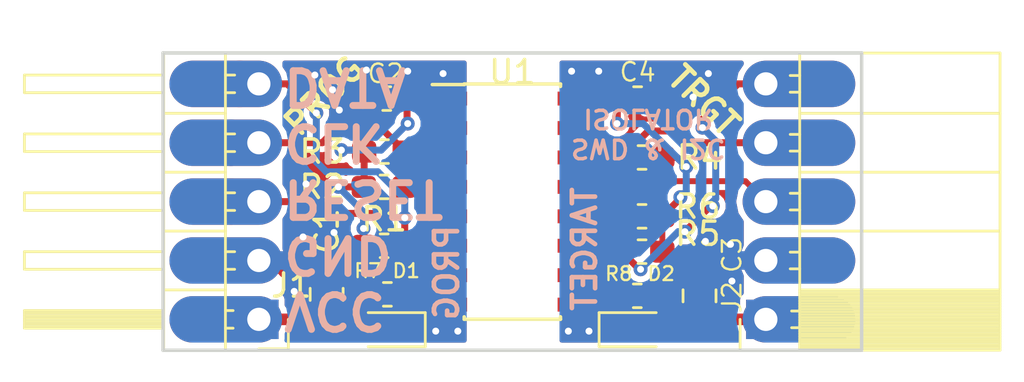
<source format=kicad_pcb>
(kicad_pcb (version 20171130) (host pcbnew 5.0.2-bee76a0~70~ubuntu18.04.1)

  (general
    (thickness 1.6)
    (drawings 10)
    (tracks 171)
    (zones 0)
    (modules 17)
    (nets 17)
  )

  (page A4)
  (layers
    (0 F.Cu signal)
    (31 B.Cu signal)
    (32 B.Adhes user)
    (33 F.Adhes user)
    (34 B.Paste user)
    (35 F.Paste user)
    (36 B.SilkS user)
    (37 F.SilkS user)
    (38 B.Mask user)
    (39 F.Mask user)
    (40 Dwgs.User user)
    (41 Cmts.User user)
    (42 Eco1.User user)
    (43 Eco2.User user)
    (44 Edge.Cuts user)
    (45 Margin user)
    (46 B.CrtYd user)
    (47 F.CrtYd user)
    (48 B.Fab user)
    (49 F.Fab user)
  )

  (setup
    (last_trace_width 0.8)
    (user_trace_width 0.2)
    (user_trace_width 0.254)
    (user_trace_width 0.3)
    (user_trace_width 0.4)
    (user_trace_width 0.5)
    (user_trace_width 0.8)
    (user_trace_width 1)
    (user_trace_width 2)
    (trace_clearance 0.2)
    (zone_clearance 0.254)
    (zone_45_only no)
    (trace_min 0.2)
    (segment_width 0.2)
    (edge_width 0.15)
    (via_size 0.6)
    (via_drill 0.3)
    (via_min_size 0.4)
    (via_min_drill 0.3)
    (user_via 0.6 0.3)
    (uvia_size 0.3)
    (uvia_drill 0.1)
    (uvias_allowed no)
    (uvia_min_size 0.2)
    (uvia_min_drill 0.1)
    (pcb_text_width 0.3)
    (pcb_text_size 1.5 1.5)
    (mod_edge_width 0.15)
    (mod_text_size 1 1)
    (mod_text_width 0.15)
    (pad_size 1.5 0.6)
    (pad_drill 0)
    (pad_to_mask_clearance 0.051)
    (solder_mask_min_width 0.25)
    (aux_axis_origin 68.453 49.784)
    (grid_origin 68.453 49.784)
    (visible_elements FFFFFF7F)
    (pcbplotparams
      (layerselection 0x010f0_ffffffff)
      (usegerberextensions true)
      (usegerberattributes false)
      (usegerberadvancedattributes false)
      (creategerberjobfile false)
      (excludeedgelayer true)
      (linewidth 0.100000)
      (plotframeref false)
      (viasonmask false)
      (mode 1)
      (useauxorigin false)
      (hpglpennumber 1)
      (hpglpenspeed 20)
      (hpglpendiameter 15.000000)
      (psnegative false)
      (psa4output false)
      (plotreference true)
      (plotvalue false)
      (plotinvisibletext false)
      (padsonsilk false)
      (subtractmaskfromsilk false)
      (outputformat 1)
      (mirror false)
      (drillshape 0)
      (scaleselection 1)
      (outputdirectory "Gerbers/"))
  )

  (net 0 "")
  (net 1 VCC)
  (net 2 GND)
  (net 3 "Net-(J1-Pad4)")
  (net 4 "Net-(J1-Pad3)")
  (net 5 "Net-(U1-Pad5)")
  (net 6 "Net-(J1-Pad5)")
  (net 7 "Net-(U1-Pad7)")
  (net 8 GNDA)
  (net 9 "Net-(U1-Pad10)")
  (net 10 "Net-(J2-Pad5)")
  (net 11 "Net-(R6-Pad2)")
  (net 12 "Net-(J2-Pad3)")
  (net 13 "Net-(J2-Pad4)")
  (net 14 VDD)
  (net 15 "Net-(D1-Pad2)")
  (net 16 "Net-(D2-Pad2)")

  (net_class Default "This is the default net class."
    (clearance 0.2)
    (trace_width 0.25)
    (via_dia 0.6)
    (via_drill 0.3)
    (uvia_dia 0.3)
    (uvia_drill 0.1)
    (add_net GND)
    (add_net GNDA)
    (add_net "Net-(D1-Pad2)")
    (add_net "Net-(D2-Pad2)")
    (add_net "Net-(J1-Pad3)")
    (add_net "Net-(J1-Pad4)")
    (add_net "Net-(J1-Pad5)")
    (add_net "Net-(J2-Pad3)")
    (add_net "Net-(J2-Pad4)")
    (add_net "Net-(J2-Pad5)")
    (add_net "Net-(R6-Pad2)")
    (add_net "Net-(U1-Pad10)")
    (add_net "Net-(U1-Pad5)")
    (add_net "Net-(U1-Pad7)")
    (add_net VCC)
    (add_net VDD)
  )

  (module LED_SMD:LED_0603_1608Metric_Pad1.05x0.95mm_HandSolder (layer F.Cu) (tedit 5D3EB552) (tstamp 5D4B9735)
    (at 78.091 48.895 180)
    (descr "LED SMD 0603 (1608 Metric), square (rectangular) end terminal, IPC_7351 nominal, (Body size source: http://www.tortai-tech.com/upload/download/2011102023233369053.pdf), generated with kicad-footprint-generator")
    (tags "LED handsolder")
    (path /5D3FF636)
    (attr smd)
    (fp_text reference D1 (at -0.8395 2.54 180) (layer F.SilkS)
      (effects (font (size 0.6 0.6) (thickness 0.1)))
    )
    (fp_text value LED (at 0 1.43 180) (layer F.Fab)
      (effects (font (size 1 1) (thickness 0.15)))
    )
    (fp_text user %R (at 0 0 180) (layer F.Fab)
      (effects (font (size 0.4 0.4) (thickness 0.06)))
    )
    (fp_line (start 1.65 0.73) (end -1.65 0.73) (layer F.CrtYd) (width 0.05))
    (fp_line (start 1.65 -0.73) (end 1.65 0.73) (layer F.CrtYd) (width 0.05))
    (fp_line (start -1.65 -0.73) (end 1.65 -0.73) (layer F.CrtYd) (width 0.05))
    (fp_line (start -1.65 0.73) (end -1.65 -0.73) (layer F.CrtYd) (width 0.05))
    (fp_line (start -1.66 0.735) (end 0.8 0.735) (layer F.SilkS) (width 0.12))
    (fp_line (start -1.66 -0.735) (end -1.66 0.735) (layer F.SilkS) (width 0.12))
    (fp_line (start 0.8 -0.735) (end -1.66 -0.735) (layer F.SilkS) (width 0.12))
    (fp_line (start 0.8 0.4) (end 0.8 -0.4) (layer F.Fab) (width 0.1))
    (fp_line (start -0.8 0.4) (end 0.8 0.4) (layer F.Fab) (width 0.1))
    (fp_line (start -0.8 -0.1) (end -0.8 0.4) (layer F.Fab) (width 0.1))
    (fp_line (start -0.5 -0.4) (end -0.8 -0.1) (layer F.Fab) (width 0.1))
    (fp_line (start 0.8 -0.4) (end -0.5 -0.4) (layer F.Fab) (width 0.1))
    (pad 2 smd roundrect (at 0.875 0 180) (size 1.05 0.95) (layers F.Cu F.Paste F.Mask) (roundrect_rratio 0.25)
      (net 15 "Net-(D1-Pad2)"))
    (pad 1 smd roundrect (at -0.875 0 180) (size 1.05 0.95) (layers F.Cu F.Paste F.Mask) (roundrect_rratio 0.25)
      (net 2 GND))
    (model ${KISYS3DMOD}/LED_SMD.3dshapes/LED_0603_1608Metric.wrl
      (at (xyz 0 0 0))
      (scale (xyz 1 1 1))
      (rotate (xyz 0 0 0))
    )
  )

  (module LED_SMD:LED_0603_1608Metric_Pad1.05x0.95mm_HandSolder (layer F.Cu) (tedit 5D3EB5C1) (tstamp 5D4B9722)
    (at 88.9 48.895)
    (descr "LED SMD 0603 (1608 Metric), square (rectangular) end terminal, IPC_7351 nominal, (Body size source: http://www.tortai-tech.com/upload/download/2011102023233369053.pdf), generated with kicad-footprint-generator")
    (tags "LED handsolder")
    (path /5D403BB7)
    (attr smd)
    (fp_text reference D2 (at 1.016 -2.413) (layer F.SilkS)
      (effects (font (size 0.6 0.6) (thickness 0.1)))
    )
    (fp_text value LED (at 0 1.43) (layer F.Fab)
      (effects (font (size 1 1) (thickness 0.15)))
    )
    (fp_line (start 0.8 -0.4) (end -0.5 -0.4) (layer F.Fab) (width 0.1))
    (fp_line (start -0.5 -0.4) (end -0.8 -0.1) (layer F.Fab) (width 0.1))
    (fp_line (start -0.8 -0.1) (end -0.8 0.4) (layer F.Fab) (width 0.1))
    (fp_line (start -0.8 0.4) (end 0.8 0.4) (layer F.Fab) (width 0.1))
    (fp_line (start 0.8 0.4) (end 0.8 -0.4) (layer F.Fab) (width 0.1))
    (fp_line (start 0.8 -0.735) (end -1.66 -0.735) (layer F.SilkS) (width 0.12))
    (fp_line (start -1.66 -0.735) (end -1.66 0.735) (layer F.SilkS) (width 0.12))
    (fp_line (start -1.66 0.735) (end 0.8 0.735) (layer F.SilkS) (width 0.12))
    (fp_line (start -1.65 0.73) (end -1.65 -0.73) (layer F.CrtYd) (width 0.05))
    (fp_line (start -1.65 -0.73) (end 1.65 -0.73) (layer F.CrtYd) (width 0.05))
    (fp_line (start 1.65 -0.73) (end 1.65 0.73) (layer F.CrtYd) (width 0.05))
    (fp_line (start 1.65 0.73) (end -1.65 0.73) (layer F.CrtYd) (width 0.05))
    (fp_text user %R (at 0 0) (layer F.Fab)
      (effects (font (size 0.4 0.4) (thickness 0.06)))
    )
    (pad 1 smd roundrect (at -0.875 0) (size 1.05 0.95) (layers F.Cu F.Paste F.Mask) (roundrect_rratio 0.25)
      (net 8 GNDA))
    (pad 2 smd roundrect (at 0.875 0) (size 1.05 0.95) (layers F.Cu F.Paste F.Mask) (roundrect_rratio 0.25)
      (net 16 "Net-(D2-Pad2)"))
    (model ${KISYS3DMOD}/LED_SMD.3dshapes/LED_0603_1608Metric.wrl
      (at (xyz 0 0 0))
      (scale (xyz 1 1 1))
      (rotate (xyz 0 0 0))
    )
  )

  (module Resistor_SMD:R_0603_1608Metric_Pad1.05x0.95mm_HandSolder (layer F.Cu) (tedit 5D3EB5D0) (tstamp 5D4B96C7)
    (at 88.886 47.4345 180)
    (descr "Resistor SMD 0603 (1608 Metric), square (rectangular) end terminal, IPC_7351 nominal with elongated pad for handsoldering. (Body size source: http://www.tortai-tech.com/upload/download/2011102023233369053.pdf), generated with kicad-footprint-generator")
    (tags "resistor handsolder")
    (path /5D403BBE)
    (attr smd)
    (fp_text reference R8 (at 0.7988 0.9525 180) (layer F.SilkS)
      (effects (font (size 0.6 0.6) (thickness 0.1)))
    )
    (fp_text value 3k (at 0 1.43 180) (layer F.Fab)
      (effects (font (size 1 1) (thickness 0.15)))
    )
    (fp_text user %R (at 0 0 180) (layer F.Fab)
      (effects (font (size 0.4 0.4) (thickness 0.06)))
    )
    (fp_line (start 1.65 0.73) (end -1.65 0.73) (layer F.CrtYd) (width 0.05))
    (fp_line (start 1.65 -0.73) (end 1.65 0.73) (layer F.CrtYd) (width 0.05))
    (fp_line (start -1.65 -0.73) (end 1.65 -0.73) (layer F.CrtYd) (width 0.05))
    (fp_line (start -1.65 0.73) (end -1.65 -0.73) (layer F.CrtYd) (width 0.05))
    (fp_line (start -0.171267 0.51) (end 0.171267 0.51) (layer F.SilkS) (width 0.12))
    (fp_line (start -0.171267 -0.51) (end 0.171267 -0.51) (layer F.SilkS) (width 0.12))
    (fp_line (start 0.8 0.4) (end -0.8 0.4) (layer F.Fab) (width 0.1))
    (fp_line (start 0.8 -0.4) (end 0.8 0.4) (layer F.Fab) (width 0.1))
    (fp_line (start -0.8 -0.4) (end 0.8 -0.4) (layer F.Fab) (width 0.1))
    (fp_line (start -0.8 0.4) (end -0.8 -0.4) (layer F.Fab) (width 0.1))
    (pad 2 smd roundrect (at 0.875 0 180) (size 1.05 0.95) (layers F.Cu F.Paste F.Mask) (roundrect_rratio 0.25)
      (net 16 "Net-(D2-Pad2)"))
    (pad 1 smd roundrect (at -0.875 0 180) (size 1.05 0.95) (layers F.Cu F.Paste F.Mask) (roundrect_rratio 0.25)
      (net 14 VDD))
    (model ${KISYS3DMOD}/Resistor_SMD.3dshapes/R_0603_1608Metric.wrl
      (at (xyz 0 0 0))
      (scale (xyz 1 1 1))
      (rotate (xyz 0 0 0))
    )
  )

  (module Resistor_SMD:R_0603_1608Metric_Pad1.05x0.95mm_HandSolder (layer F.Cu) (tedit 5D3EB559) (tstamp 5D4B95F6)
    (at 78.119 47.371)
    (descr "Resistor SMD 0603 (1608 Metric), square (rectangular) end terminal, IPC_7351 nominal with elongated pad for handsoldering. (Body size source: http://www.tortai-tech.com/upload/download/2011102023233369053.pdf), generated with kicad-footprint-generator")
    (tags "resistor handsolder")
    (path /5D3FF763)
    (attr smd)
    (fp_text reference R7 (at -0.8395 -1.016) (layer F.SilkS)
      (effects (font (size 0.6 0.6) (thickness 0.1)))
    )
    (fp_text value 3k (at 0 1.43) (layer F.Fab)
      (effects (font (size 1 1) (thickness 0.15)))
    )
    (fp_line (start -0.8 0.4) (end -0.8 -0.4) (layer F.Fab) (width 0.1))
    (fp_line (start -0.8 -0.4) (end 0.8 -0.4) (layer F.Fab) (width 0.1))
    (fp_line (start 0.8 -0.4) (end 0.8 0.4) (layer F.Fab) (width 0.1))
    (fp_line (start 0.8 0.4) (end -0.8 0.4) (layer F.Fab) (width 0.1))
    (fp_line (start -0.171267 -0.51) (end 0.171267 -0.51) (layer F.SilkS) (width 0.12))
    (fp_line (start -0.171267 0.51) (end 0.171267 0.51) (layer F.SilkS) (width 0.12))
    (fp_line (start -1.65 0.73) (end -1.65 -0.73) (layer F.CrtYd) (width 0.05))
    (fp_line (start -1.65 -0.73) (end 1.65 -0.73) (layer F.CrtYd) (width 0.05))
    (fp_line (start 1.65 -0.73) (end 1.65 0.73) (layer F.CrtYd) (width 0.05))
    (fp_line (start 1.65 0.73) (end -1.65 0.73) (layer F.CrtYd) (width 0.05))
    (fp_text user %R (at 0 0) (layer F.Fab)
      (effects (font (size 0.4 0.4) (thickness 0.06)))
    )
    (pad 1 smd roundrect (at -0.875 0) (size 1.05 0.95) (layers F.Cu F.Paste F.Mask) (roundrect_rratio 0.25)
      (net 1 VCC))
    (pad 2 smd roundrect (at 0.875 0) (size 1.05 0.95) (layers F.Cu F.Paste F.Mask) (roundrect_rratio 0.25)
      (net 15 "Net-(D1-Pad2)"))
    (model ${KISYS3DMOD}/Resistor_SMD.3dshapes/R_0603_1608Metric.wrl
      (at (xyz 0 0 0))
      (scale (xyz 1 1 1))
      (rotate (xyz 0 0 0))
    )
  )

  (module Capacitor_SMD:C_0603_1608Metric_Pad1.05x0.95mm_HandSolder (layer F.Cu) (tedit 5D3EB5A5) (tstamp 5D4B8FA2)
    (at 88.9 38.9255)
    (descr "Capacitor SMD 0603 (1608 Metric), square (rectangular) end terminal, IPC_7351 nominal with elongated pad for handsoldering. (Body size source: http://www.tortai-tech.com/upload/download/2011102023233369053.pdf), generated with kicad-footprint-generator")
    (tags "capacitor handsolder")
    (path /5D3F883E)
    (attr smd)
    (fp_text reference C4 (at 0 -1.143) (layer F.SilkS)
      (effects (font (size 0.8 0.8) (thickness 0.1)))
    )
    (fp_text value 100nF (at 0 1.43) (layer F.Fab)
      (effects (font (size 1 1) (thickness 0.15)))
    )
    (fp_text user %R (at 0 0) (layer F.Fab)
      (effects (font (size 0.4 0.4) (thickness 0.06)))
    )
    (fp_line (start 1.65 0.73) (end -1.65 0.73) (layer F.CrtYd) (width 0.05))
    (fp_line (start 1.65 -0.73) (end 1.65 0.73) (layer F.CrtYd) (width 0.05))
    (fp_line (start -1.65 -0.73) (end 1.65 -0.73) (layer F.CrtYd) (width 0.05))
    (fp_line (start -1.65 0.73) (end -1.65 -0.73) (layer F.CrtYd) (width 0.05))
    (fp_line (start -0.171267 0.51) (end 0.171267 0.51) (layer F.SilkS) (width 0.12))
    (fp_line (start -0.171267 -0.51) (end 0.171267 -0.51) (layer F.SilkS) (width 0.12))
    (fp_line (start 0.8 0.4) (end -0.8 0.4) (layer F.Fab) (width 0.1))
    (fp_line (start 0.8 -0.4) (end 0.8 0.4) (layer F.Fab) (width 0.1))
    (fp_line (start -0.8 -0.4) (end 0.8 -0.4) (layer F.Fab) (width 0.1))
    (fp_line (start -0.8 0.4) (end -0.8 -0.4) (layer F.Fab) (width 0.1))
    (pad 2 smd roundrect (at 0.875 0) (size 1.05 0.95) (layers F.Cu F.Paste F.Mask) (roundrect_rratio 0.25)
      (net 8 GNDA))
    (pad 1 smd roundrect (at -0.875 0) (size 1.05 0.95) (layers F.Cu F.Paste F.Mask) (roundrect_rratio 0.25)
      (net 14 VDD))
    (model ${KISYS3DMOD}/Capacitor_SMD.3dshapes/C_0603_1608Metric.wrl
      (at (xyz 0 0 0))
      (scale (xyz 1 1 1))
      (rotate (xyz 0 0 0))
    )
  )

  (module Capacitor_SMD:C_0603_1608Metric_Pad1.05x0.95mm_HandSolder (layer F.Cu) (tedit 5D3EB56C) (tstamp 5D4B8BBF)
    (at 78.091 38.9255 180)
    (descr "Capacitor SMD 0603 (1608 Metric), square (rectangular) end terminal, IPC_7351 nominal with elongated pad for handsoldering. (Body size source: http://www.tortai-tech.com/upload/download/2011102023233369053.pdf), generated with kicad-footprint-generator")
    (tags "capacitor handsolder")
    (path /5D3F3116)
    (attr smd)
    (fp_text reference C2 (at 0.0495 1.0795 180) (layer F.SilkS)
      (effects (font (size 0.8 0.8) (thickness 0.1)))
    )
    (fp_text value 100nF (at 0 1.43 180) (layer F.Fab)
      (effects (font (size 1 1) (thickness 0.15)))
    )
    (fp_line (start -0.8 0.4) (end -0.8 -0.4) (layer F.Fab) (width 0.1))
    (fp_line (start -0.8 -0.4) (end 0.8 -0.4) (layer F.Fab) (width 0.1))
    (fp_line (start 0.8 -0.4) (end 0.8 0.4) (layer F.Fab) (width 0.1))
    (fp_line (start 0.8 0.4) (end -0.8 0.4) (layer F.Fab) (width 0.1))
    (fp_line (start -0.171267 -0.51) (end 0.171267 -0.51) (layer F.SilkS) (width 0.12))
    (fp_line (start -0.171267 0.51) (end 0.171267 0.51) (layer F.SilkS) (width 0.12))
    (fp_line (start -1.65 0.73) (end -1.65 -0.73) (layer F.CrtYd) (width 0.05))
    (fp_line (start -1.65 -0.73) (end 1.65 -0.73) (layer F.CrtYd) (width 0.05))
    (fp_line (start 1.65 -0.73) (end 1.65 0.73) (layer F.CrtYd) (width 0.05))
    (fp_line (start 1.65 0.73) (end -1.65 0.73) (layer F.CrtYd) (width 0.05))
    (fp_text user %R (at 0 0 180) (layer F.Fab)
      (effects (font (size 0.4 0.4) (thickness 0.06)))
    )
    (pad 1 smd roundrect (at -0.875 0 180) (size 1.05 0.95) (layers F.Cu F.Paste F.Mask) (roundrect_rratio 0.25)
      (net 1 VCC))
    (pad 2 smd roundrect (at 0.875 0 180) (size 1.05 0.95) (layers F.Cu F.Paste F.Mask) (roundrect_rratio 0.25)
      (net 2 GND))
    (model ${KISYS3DMOD}/Capacitor_SMD.3dshapes/C_0603_1608Metric.wrl
      (at (xyz 0 0 0))
      (scale (xyz 1 1 1))
      (rotate (xyz 0 0 0))
    )
  )

  (module Capacitor_SMD:C_0805_2012Metric_Pad1.15x1.40mm_HandSolder (layer F.Cu) (tedit 5D3EB5EA) (tstamp 5D4B74D8)
    (at 91.567 47.4345 90)
    (descr "Capacitor SMD 0805 (2012 Metric), square (rectangular) end terminal, IPC_7351 nominal with elongated pad for handsoldering. (Body size source: https://docs.google.com/spreadsheets/d/1BsfQQcO9C6DZCsRaXUlFlo91Tg2WpOkGARC1WS5S8t0/edit?usp=sharing), generated with kicad-footprint-generator")
    (tags "capacitor handsolder")
    (path /5D3F8837)
    (attr smd)
    (fp_text reference C3 (at 1.7653 1.397 90) (layer F.SilkS)
      (effects (font (size 0.8 0.8) (thickness 0.1)))
    )
    (fp_text value 10uF (at 0 1.65 90) (layer F.Fab)
      (effects (font (size 1 1) (thickness 0.15)))
    )
    (fp_text user %R (at 0 0 90) (layer F.Fab)
      (effects (font (size 0.5 0.5) (thickness 0.08)))
    )
    (fp_line (start 1.85 0.95) (end -1.85 0.95) (layer F.CrtYd) (width 0.05))
    (fp_line (start 1.85 -0.95) (end 1.85 0.95) (layer F.CrtYd) (width 0.05))
    (fp_line (start -1.85 -0.95) (end 1.85 -0.95) (layer F.CrtYd) (width 0.05))
    (fp_line (start -1.85 0.95) (end -1.85 -0.95) (layer F.CrtYd) (width 0.05))
    (fp_line (start -0.261252 0.71) (end 0.261252 0.71) (layer F.SilkS) (width 0.12))
    (fp_line (start -0.261252 -0.71) (end 0.261252 -0.71) (layer F.SilkS) (width 0.12))
    (fp_line (start 1 0.6) (end -1 0.6) (layer F.Fab) (width 0.1))
    (fp_line (start 1 -0.6) (end 1 0.6) (layer F.Fab) (width 0.1))
    (fp_line (start -1 -0.6) (end 1 -0.6) (layer F.Fab) (width 0.1))
    (fp_line (start -1 0.6) (end -1 -0.6) (layer F.Fab) (width 0.1))
    (pad 2 smd roundrect (at 1.025 0 90) (size 1.15 1.4) (layers F.Cu F.Paste F.Mask) (roundrect_rratio 0.217391)
      (net 8 GNDA))
    (pad 1 smd roundrect (at -1.025 0 90) (size 1.15 1.4) (layers F.Cu F.Paste F.Mask) (roundrect_rratio 0.217391)
      (net 14 VDD))
    (model ${KISYS3DMOD}/Capacitor_SMD.3dshapes/C_0805_2012Metric.wrl
      (at (xyz 0 0 0))
      (scale (xyz 1 1 1))
      (rotate (xyz 0 0 0))
    )
  )

  (module Capacitor_SMD:C_0805_2012Metric_Pad1.15x1.40mm_HandSolder (layer F.Cu) (tedit 5B36C52B) (tstamp 5D4B74C7)
    (at 75.5015 47.371 90)
    (descr "Capacitor SMD 0805 (2012 Metric), square (rectangular) end terminal, IPC_7351 nominal with elongated pad for handsoldering. (Body size source: https://docs.google.com/spreadsheets/d/1BsfQQcO9C6DZCsRaXUlFlo91Tg2WpOkGARC1WS5S8t0/edit?usp=sharing), generated with kicad-footprint-generator")
    (tags "capacitor handsolder")
    (path /5D3F30A2)
    (attr smd)
    (fp_text reference C1 (at 2.7305 0 90) (layer F.SilkS)
      (effects (font (size 1 1) (thickness 0.15)))
    )
    (fp_text value 10uF (at 0 1.65 90) (layer F.Fab)
      (effects (font (size 1 1) (thickness 0.15)))
    )
    (fp_line (start -1 0.6) (end -1 -0.6) (layer F.Fab) (width 0.1))
    (fp_line (start -1 -0.6) (end 1 -0.6) (layer F.Fab) (width 0.1))
    (fp_line (start 1 -0.6) (end 1 0.6) (layer F.Fab) (width 0.1))
    (fp_line (start 1 0.6) (end -1 0.6) (layer F.Fab) (width 0.1))
    (fp_line (start -0.261252 -0.71) (end 0.261252 -0.71) (layer F.SilkS) (width 0.12))
    (fp_line (start -0.261252 0.71) (end 0.261252 0.71) (layer F.SilkS) (width 0.12))
    (fp_line (start -1.85 0.95) (end -1.85 -0.95) (layer F.CrtYd) (width 0.05))
    (fp_line (start -1.85 -0.95) (end 1.85 -0.95) (layer F.CrtYd) (width 0.05))
    (fp_line (start 1.85 -0.95) (end 1.85 0.95) (layer F.CrtYd) (width 0.05))
    (fp_line (start 1.85 0.95) (end -1.85 0.95) (layer F.CrtYd) (width 0.05))
    (fp_text user %R (at 0 0 90) (layer F.Fab)
      (effects (font (size 0.5 0.5) (thickness 0.08)))
    )
    (pad 1 smd roundrect (at -1.025 0 90) (size 1.15 1.4) (layers F.Cu F.Paste F.Mask) (roundrect_rratio 0.217391)
      (net 1 VCC))
    (pad 2 smd roundrect (at 1.025 0 90) (size 1.15 1.4) (layers F.Cu F.Paste F.Mask) (roundrect_rratio 0.217391)
      (net 2 GND))
    (model ${KISYS3DMOD}/Capacitor_SMD.3dshapes/C_0805_2012Metric.wrl
      (at (xyz 0 0 0))
      (scale (xyz 1 1 1))
      (rotate (xyz 0 0 0))
    )
  )

  (module Connector_PinHeader_2.54mm:PinHeader_1x05_P2.54mm_Horizontal (layer F.Cu) (tedit 59FED5CB) (tstamp 5D4B8601)
    (at 72.5805 48.4505 180)
    (descr "Through hole angled pin header, 1x05, 2.54mm pitch, 6mm pin length, single row")
    (tags "Through hole angled pin header THT 1x05 2.54mm single row")
    (path /5D3EAFE9)
    (fp_text reference J1 (at -1.397 1.4605) (layer F.SilkS)
      (effects (font (size 1 1) (thickness 0.15)))
    )
    (fp_text value Conn_01x05_Male (at 4.385 12.43 180) (layer F.Fab)
      (effects (font (size 1 1) (thickness 0.15)))
    )
    (fp_line (start 2.135 -1.27) (end 4.04 -1.27) (layer F.Fab) (width 0.1))
    (fp_line (start 4.04 -1.27) (end 4.04 11.43) (layer F.Fab) (width 0.1))
    (fp_line (start 4.04 11.43) (end 1.5 11.43) (layer F.Fab) (width 0.1))
    (fp_line (start 1.5 11.43) (end 1.5 -0.635) (layer F.Fab) (width 0.1))
    (fp_line (start 1.5 -0.635) (end 2.135 -1.27) (layer F.Fab) (width 0.1))
    (fp_line (start -0.32 -0.32) (end 1.5 -0.32) (layer F.Fab) (width 0.1))
    (fp_line (start -0.32 -0.32) (end -0.32 0.32) (layer F.Fab) (width 0.1))
    (fp_line (start -0.32 0.32) (end 1.5 0.32) (layer F.Fab) (width 0.1))
    (fp_line (start 4.04 -0.32) (end 10.04 -0.32) (layer F.Fab) (width 0.1))
    (fp_line (start 10.04 -0.32) (end 10.04 0.32) (layer F.Fab) (width 0.1))
    (fp_line (start 4.04 0.32) (end 10.04 0.32) (layer F.Fab) (width 0.1))
    (fp_line (start -0.32 2.22) (end 1.5 2.22) (layer F.Fab) (width 0.1))
    (fp_line (start -0.32 2.22) (end -0.32 2.86) (layer F.Fab) (width 0.1))
    (fp_line (start -0.32 2.86) (end 1.5 2.86) (layer F.Fab) (width 0.1))
    (fp_line (start 4.04 2.22) (end 10.04 2.22) (layer F.Fab) (width 0.1))
    (fp_line (start 10.04 2.22) (end 10.04 2.86) (layer F.Fab) (width 0.1))
    (fp_line (start 4.04 2.86) (end 10.04 2.86) (layer F.Fab) (width 0.1))
    (fp_line (start -0.32 4.76) (end 1.5 4.76) (layer F.Fab) (width 0.1))
    (fp_line (start -0.32 4.76) (end -0.32 5.4) (layer F.Fab) (width 0.1))
    (fp_line (start -0.32 5.4) (end 1.5 5.4) (layer F.Fab) (width 0.1))
    (fp_line (start 4.04 4.76) (end 10.04 4.76) (layer F.Fab) (width 0.1))
    (fp_line (start 10.04 4.76) (end 10.04 5.4) (layer F.Fab) (width 0.1))
    (fp_line (start 4.04 5.4) (end 10.04 5.4) (layer F.Fab) (width 0.1))
    (fp_line (start -0.32 7.3) (end 1.5 7.3) (layer F.Fab) (width 0.1))
    (fp_line (start -0.32 7.3) (end -0.32 7.94) (layer F.Fab) (width 0.1))
    (fp_line (start -0.32 7.94) (end 1.5 7.94) (layer F.Fab) (width 0.1))
    (fp_line (start 4.04 7.3) (end 10.04 7.3) (layer F.Fab) (width 0.1))
    (fp_line (start 10.04 7.3) (end 10.04 7.94) (layer F.Fab) (width 0.1))
    (fp_line (start 4.04 7.94) (end 10.04 7.94) (layer F.Fab) (width 0.1))
    (fp_line (start -0.32 9.84) (end 1.5 9.84) (layer F.Fab) (width 0.1))
    (fp_line (start -0.32 9.84) (end -0.32 10.48) (layer F.Fab) (width 0.1))
    (fp_line (start -0.32 10.48) (end 1.5 10.48) (layer F.Fab) (width 0.1))
    (fp_line (start 4.04 9.84) (end 10.04 9.84) (layer F.Fab) (width 0.1))
    (fp_line (start 10.04 9.84) (end 10.04 10.48) (layer F.Fab) (width 0.1))
    (fp_line (start 4.04 10.48) (end 10.04 10.48) (layer F.Fab) (width 0.1))
    (fp_line (start 1.44 -1.33) (end 1.44 11.49) (layer F.SilkS) (width 0.12))
    (fp_line (start 1.44 11.49) (end 4.1 11.49) (layer F.SilkS) (width 0.12))
    (fp_line (start 4.1 11.49) (end 4.1 -1.33) (layer F.SilkS) (width 0.12))
    (fp_line (start 4.1 -1.33) (end 1.44 -1.33) (layer F.SilkS) (width 0.12))
    (fp_line (start 4.1 -0.38) (end 10.1 -0.38) (layer F.SilkS) (width 0.12))
    (fp_line (start 10.1 -0.38) (end 10.1 0.38) (layer F.SilkS) (width 0.12))
    (fp_line (start 10.1 0.38) (end 4.1 0.38) (layer F.SilkS) (width 0.12))
    (fp_line (start 4.1 -0.32) (end 10.1 -0.32) (layer F.SilkS) (width 0.12))
    (fp_line (start 4.1 -0.2) (end 10.1 -0.2) (layer F.SilkS) (width 0.12))
    (fp_line (start 4.1 -0.08) (end 10.1 -0.08) (layer F.SilkS) (width 0.12))
    (fp_line (start 4.1 0.04) (end 10.1 0.04) (layer F.SilkS) (width 0.12))
    (fp_line (start 4.1 0.16) (end 10.1 0.16) (layer F.SilkS) (width 0.12))
    (fp_line (start 4.1 0.28) (end 10.1 0.28) (layer F.SilkS) (width 0.12))
    (fp_line (start 1.11 -0.38) (end 1.44 -0.38) (layer F.SilkS) (width 0.12))
    (fp_line (start 1.11 0.38) (end 1.44 0.38) (layer F.SilkS) (width 0.12))
    (fp_line (start 1.44 1.27) (end 4.1 1.27) (layer F.SilkS) (width 0.12))
    (fp_line (start 4.1 2.16) (end 10.1 2.16) (layer F.SilkS) (width 0.12))
    (fp_line (start 10.1 2.16) (end 10.1 2.92) (layer F.SilkS) (width 0.12))
    (fp_line (start 10.1 2.92) (end 4.1 2.92) (layer F.SilkS) (width 0.12))
    (fp_line (start 1.042929 2.16) (end 1.44 2.16) (layer F.SilkS) (width 0.12))
    (fp_line (start 1.042929 2.92) (end 1.44 2.92) (layer F.SilkS) (width 0.12))
    (fp_line (start 1.44 3.81) (end 4.1 3.81) (layer F.SilkS) (width 0.12))
    (fp_line (start 4.1 4.7) (end 10.1 4.7) (layer F.SilkS) (width 0.12))
    (fp_line (start 10.1 4.7) (end 10.1 5.46) (layer F.SilkS) (width 0.12))
    (fp_line (start 10.1 5.46) (end 4.1 5.46) (layer F.SilkS) (width 0.12))
    (fp_line (start 1.042929 4.7) (end 1.44 4.7) (layer F.SilkS) (width 0.12))
    (fp_line (start 1.042929 5.46) (end 1.44 5.46) (layer F.SilkS) (width 0.12))
    (fp_line (start 1.44 6.35) (end 4.1 6.35) (layer F.SilkS) (width 0.12))
    (fp_line (start 4.1 7.24) (end 10.1 7.24) (layer F.SilkS) (width 0.12))
    (fp_line (start 10.1 7.24) (end 10.1 8) (layer F.SilkS) (width 0.12))
    (fp_line (start 10.1 8) (end 4.1 8) (layer F.SilkS) (width 0.12))
    (fp_line (start 1.042929 7.24) (end 1.44 7.24) (layer F.SilkS) (width 0.12))
    (fp_line (start 1.042929 8) (end 1.44 8) (layer F.SilkS) (width 0.12))
    (fp_line (start 1.44 8.89) (end 4.1 8.89) (layer F.SilkS) (width 0.12))
    (fp_line (start 4.1 9.78) (end 10.1 9.78) (layer F.SilkS) (width 0.12))
    (fp_line (start 10.1 9.78) (end 10.1 10.54) (layer F.SilkS) (width 0.12))
    (fp_line (start 10.1 10.54) (end 4.1 10.54) (layer F.SilkS) (width 0.12))
    (fp_line (start 1.042929 9.78) (end 1.44 9.78) (layer F.SilkS) (width 0.12))
    (fp_line (start 1.042929 10.54) (end 1.44 10.54) (layer F.SilkS) (width 0.12))
    (fp_line (start -1.27 0) (end -1.27 -1.27) (layer F.SilkS) (width 0.12))
    (fp_line (start -1.27 -1.27) (end 0 -1.27) (layer F.SilkS) (width 0.12))
    (fp_line (start -1.8 -1.8) (end -1.8 11.95) (layer F.CrtYd) (width 0.05))
    (fp_line (start -1.8 11.95) (end 10.55 11.95) (layer F.CrtYd) (width 0.05))
    (fp_line (start 10.55 11.95) (end 10.55 -1.8) (layer F.CrtYd) (width 0.05))
    (fp_line (start 10.55 -1.8) (end -1.8 -1.8) (layer F.CrtYd) (width 0.05))
    (fp_text user %R (at 2.77 5.08 270) (layer F.Fab)
      (effects (font (size 1 1) (thickness 0.15)))
    )
    (pad 1 thru_hole rect (at 0 0 180) (size 1.7 1.7) (drill 1) (layers *.Cu *.Mask)
      (net 1 VCC))
    (pad 2 thru_hole oval (at 0 2.54 180) (size 1.7 1.7) (drill 1) (layers *.Cu *.Mask)
      (net 2 GND))
    (pad 3 thru_hole oval (at 0 5.08 180) (size 1.7 1.7) (drill 1) (layers *.Cu *.Mask)
      (net 4 "Net-(J1-Pad3)"))
    (pad 4 thru_hole oval (at 0 7.62 180) (size 1.7 1.7) (drill 1) (layers *.Cu *.Mask)
      (net 3 "Net-(J1-Pad4)"))
    (pad 5 thru_hole oval (at 0 10.16 180) (size 1.7 1.7) (drill 1) (layers *.Cu *.Mask)
      (net 6 "Net-(J1-Pad5)"))
    (model ${KISYS3DMOD}/Connector_PinHeader_2.54mm.3dshapes/PinHeader_1x05_P2.54mm_Horizontal.wrl
      (at (xyz 0 0 0))
      (scale (xyz 1 1 1))
      (rotate (xyz 0 0 0))
    )
  )

  (module Connector_PinSocket_2.54mm:PinSocket_1x05_P2.54mm_Horizontal (layer F.Cu) (tedit 5D3EB5F0) (tstamp 5D4B745C)
    (at 94.4245 48.4505 180)
    (descr "Through hole angled socket strip, 1x05, 2.54mm pitch, 8.51mm socket length, single row (from Kicad 4.0.7), script generated")
    (tags "Through hole angled socket strip THT 1x05 2.54mm single row")
    (path /5D3EB0DA)
    (fp_text reference J2 (at 1.4605 0.9525 270) (layer F.SilkS)
      (effects (font (size 0.8 0.8) (thickness 0.1)))
    )
    (fp_text value Conn_01x05_Male (at -4.38 12.93 180) (layer F.Fab)
      (effects (font (size 1 1) (thickness 0.15)))
    )
    (fp_line (start -10.03 -1.27) (end -2.49 -1.27) (layer F.Fab) (width 0.1))
    (fp_line (start -2.49 -1.27) (end -1.52 -0.3) (layer F.Fab) (width 0.1))
    (fp_line (start -1.52 -0.3) (end -1.52 11.43) (layer F.Fab) (width 0.1))
    (fp_line (start -1.52 11.43) (end -10.03 11.43) (layer F.Fab) (width 0.1))
    (fp_line (start -10.03 11.43) (end -10.03 -1.27) (layer F.Fab) (width 0.1))
    (fp_line (start 0 -0.3) (end -1.52 -0.3) (layer F.Fab) (width 0.1))
    (fp_line (start -1.52 0.3) (end 0 0.3) (layer F.Fab) (width 0.1))
    (fp_line (start 0 0.3) (end 0 -0.3) (layer F.Fab) (width 0.1))
    (fp_line (start 0 2.24) (end -1.52 2.24) (layer F.Fab) (width 0.1))
    (fp_line (start -1.52 2.84) (end 0 2.84) (layer F.Fab) (width 0.1))
    (fp_line (start 0 2.84) (end 0 2.24) (layer F.Fab) (width 0.1))
    (fp_line (start 0 4.78) (end -1.52 4.78) (layer F.Fab) (width 0.1))
    (fp_line (start -1.52 5.38) (end 0 5.38) (layer F.Fab) (width 0.1))
    (fp_line (start 0 5.38) (end 0 4.78) (layer F.Fab) (width 0.1))
    (fp_line (start 0 7.32) (end -1.52 7.32) (layer F.Fab) (width 0.1))
    (fp_line (start -1.52 7.92) (end 0 7.92) (layer F.Fab) (width 0.1))
    (fp_line (start 0 7.92) (end 0 7.32) (layer F.Fab) (width 0.1))
    (fp_line (start 0 9.86) (end -1.52 9.86) (layer F.Fab) (width 0.1))
    (fp_line (start -1.52 10.46) (end 0 10.46) (layer F.Fab) (width 0.1))
    (fp_line (start 0 10.46) (end 0 9.86) (layer F.Fab) (width 0.1))
    (fp_line (start -10.09 -1.21) (end -1.46 -1.21) (layer F.SilkS) (width 0.12))
    (fp_line (start -10.09 -1.091905) (end -1.46 -1.091905) (layer F.SilkS) (width 0.12))
    (fp_line (start -10.09 -0.97381) (end -1.46 -0.97381) (layer F.SilkS) (width 0.12))
    (fp_line (start -10.09 -0.855715) (end -1.46 -0.855715) (layer F.SilkS) (width 0.12))
    (fp_line (start -10.09 -0.73762) (end -1.46 -0.73762) (layer F.SilkS) (width 0.12))
    (fp_line (start -10.09 -0.619525) (end -1.46 -0.619525) (layer F.SilkS) (width 0.12))
    (fp_line (start -10.09 -0.50143) (end -1.46 -0.50143) (layer F.SilkS) (width 0.12))
    (fp_line (start -10.09 -0.383335) (end -1.46 -0.383335) (layer F.SilkS) (width 0.12))
    (fp_line (start -10.09 -0.26524) (end -1.46 -0.26524) (layer F.SilkS) (width 0.12))
    (fp_line (start -10.09 -0.147145) (end -1.46 -0.147145) (layer F.SilkS) (width 0.12))
    (fp_line (start -10.09 -0.02905) (end -1.46 -0.02905) (layer F.SilkS) (width 0.12))
    (fp_line (start -10.09 0.089045) (end -1.46 0.089045) (layer F.SilkS) (width 0.12))
    (fp_line (start -10.09 0.20714) (end -1.46 0.20714) (layer F.SilkS) (width 0.12))
    (fp_line (start -10.09 0.325235) (end -1.46 0.325235) (layer F.SilkS) (width 0.12))
    (fp_line (start -10.09 0.44333) (end -1.46 0.44333) (layer F.SilkS) (width 0.12))
    (fp_line (start -10.09 0.561425) (end -1.46 0.561425) (layer F.SilkS) (width 0.12))
    (fp_line (start -10.09 0.67952) (end -1.46 0.67952) (layer F.SilkS) (width 0.12))
    (fp_line (start -10.09 0.797615) (end -1.46 0.797615) (layer F.SilkS) (width 0.12))
    (fp_line (start -10.09 0.91571) (end -1.46 0.91571) (layer F.SilkS) (width 0.12))
    (fp_line (start -10.09 1.033805) (end -1.46 1.033805) (layer F.SilkS) (width 0.12))
    (fp_line (start -10.09 1.1519) (end -1.46 1.1519) (layer F.SilkS) (width 0.12))
    (fp_line (start -1.46 -0.36) (end -1.11 -0.36) (layer F.SilkS) (width 0.12))
    (fp_line (start -1.46 0.36) (end -1.11 0.36) (layer F.SilkS) (width 0.12))
    (fp_line (start -1.46 2.18) (end -1.05 2.18) (layer F.SilkS) (width 0.12))
    (fp_line (start -1.46 2.9) (end -1.05 2.9) (layer F.SilkS) (width 0.12))
    (fp_line (start -1.46 4.72) (end -1.05 4.72) (layer F.SilkS) (width 0.12))
    (fp_line (start -1.46 5.44) (end -1.05 5.44) (layer F.SilkS) (width 0.12))
    (fp_line (start -1.46 7.26) (end -1.05 7.26) (layer F.SilkS) (width 0.12))
    (fp_line (start -1.46 7.98) (end -1.05 7.98) (layer F.SilkS) (width 0.12))
    (fp_line (start -1.46 9.8) (end -1.05 9.8) (layer F.SilkS) (width 0.12))
    (fp_line (start -1.46 10.52) (end -1.05 10.52) (layer F.SilkS) (width 0.12))
    (fp_line (start -10.09 1.27) (end -1.46 1.27) (layer F.SilkS) (width 0.12))
    (fp_line (start -10.09 3.81) (end -1.46 3.81) (layer F.SilkS) (width 0.12))
    (fp_line (start -10.09 6.35) (end -1.46 6.35) (layer F.SilkS) (width 0.12))
    (fp_line (start -10.09 8.89) (end -1.46 8.89) (layer F.SilkS) (width 0.12))
    (fp_line (start -10.09 -1.33) (end -1.46 -1.33) (layer F.SilkS) (width 0.12))
    (fp_line (start -1.46 -1.33) (end -1.46 11.49) (layer F.SilkS) (width 0.12))
    (fp_line (start -10.09 11.49) (end -1.46 11.49) (layer F.SilkS) (width 0.12))
    (fp_line (start -10.09 -1.33) (end -10.09 11.49) (layer F.SilkS) (width 0.12))
    (fp_line (start 1.11 -1.33) (end 1.11 0) (layer F.SilkS) (width 0.12))
    (fp_line (start 0 -1.33) (end 1.11 -1.33) (layer F.SilkS) (width 0.12))
    (fp_line (start 1.75 -1.75) (end -10.55 -1.75) (layer F.CrtYd) (width 0.05))
    (fp_line (start -10.55 -1.75) (end -10.55 11.95) (layer F.CrtYd) (width 0.05))
    (fp_line (start -10.55 11.95) (end 1.75 11.95) (layer F.CrtYd) (width 0.05))
    (fp_line (start 1.75 11.95) (end 1.75 -1.75) (layer F.CrtYd) (width 0.05))
    (fp_text user %R (at -5.775 5.08 270) (layer F.Fab)
      (effects (font (size 1 1) (thickness 0.15)))
    )
    (pad 1 thru_hole rect (at 0 0 180) (size 1.7 1.7) (drill 1) (layers *.Cu *.Mask)
      (net 14 VDD))
    (pad 2 thru_hole oval (at 0 2.54 180) (size 1.7 1.7) (drill 1) (layers *.Cu *.Mask)
      (net 8 GNDA))
    (pad 3 thru_hole oval (at 0 5.08 180) (size 1.7 1.7) (drill 1) (layers *.Cu *.Mask)
      (net 12 "Net-(J2-Pad3)"))
    (pad 4 thru_hole oval (at 0 7.62 180) (size 1.7 1.7) (drill 1) (layers *.Cu *.Mask)
      (net 13 "Net-(J2-Pad4)"))
    (pad 5 thru_hole oval (at 0 10.16 180) (size 1.7 1.7) (drill 1) (layers *.Cu *.Mask)
      (net 10 "Net-(J2-Pad5)"))
    (model ${KISYS3DMOD}/Connector_PinSocket_2.54mm.3dshapes/PinSocket_1x05_P2.54mm_Horizontal.wrl
      (at (xyz 0 0 0))
      (scale (xyz 1 1 1))
      (rotate (xyz 0 0 0))
    )
  )

  (module Resistor_SMD:R_0603_1608Metric_Pad1.05x0.95mm_HandSolder (layer F.Cu) (tedit 5B301BBD) (tstamp 5D4B73C9)
    (at 89.0905 44.0055 180)
    (descr "Resistor SMD 0603 (1608 Metric), square (rectangular) end terminal, IPC_7351 nominal with elongated pad for handsoldering. (Body size source: http://www.tortai-tech.com/upload/download/2011102023233369053.pdf), generated with kicad-footprint-generator")
    (tags "resistor handsolder")
    (path /5D3EF929)
    (attr smd)
    (fp_text reference R6 (at -2.4003 0.4191 180) (layer F.SilkS)
      (effects (font (size 1 1) (thickness 0.15)))
    )
    (fp_text value 100k (at 0 1.43 180) (layer F.Fab)
      (effects (font (size 1 1) (thickness 0.15)))
    )
    (fp_text user %R (at 0 0 180) (layer F.Fab)
      (effects (font (size 0.4 0.4) (thickness 0.06)))
    )
    (fp_line (start 1.65 0.73) (end -1.65 0.73) (layer F.CrtYd) (width 0.05))
    (fp_line (start 1.65 -0.73) (end 1.65 0.73) (layer F.CrtYd) (width 0.05))
    (fp_line (start -1.65 -0.73) (end 1.65 -0.73) (layer F.CrtYd) (width 0.05))
    (fp_line (start -1.65 0.73) (end -1.65 -0.73) (layer F.CrtYd) (width 0.05))
    (fp_line (start -0.171267 0.51) (end 0.171267 0.51) (layer F.SilkS) (width 0.12))
    (fp_line (start -0.171267 -0.51) (end 0.171267 -0.51) (layer F.SilkS) (width 0.12))
    (fp_line (start 0.8 0.4) (end -0.8 0.4) (layer F.Fab) (width 0.1))
    (fp_line (start 0.8 -0.4) (end 0.8 0.4) (layer F.Fab) (width 0.1))
    (fp_line (start -0.8 -0.4) (end 0.8 -0.4) (layer F.Fab) (width 0.1))
    (fp_line (start -0.8 0.4) (end -0.8 -0.4) (layer F.Fab) (width 0.1))
    (pad 2 smd roundrect (at 0.875 0 180) (size 1.05 0.95) (layers F.Cu F.Paste F.Mask) (roundrect_rratio 0.25)
      (net 11 "Net-(R6-Pad2)"))
    (pad 1 smd roundrect (at -0.875 0 180) (size 1.05 0.95) (layers F.Cu F.Paste F.Mask) (roundrect_rratio 0.25)
      (net 14 VDD))
    (model ${KISYS3DMOD}/Resistor_SMD.3dshapes/R_0603_1608Metric.wrl
      (at (xyz 0 0 0))
      (scale (xyz 1 1 1))
      (rotate (xyz 0 0 0))
    )
  )

  (module Resistor_SMD:R_0603_1608Metric_Pad1.05x0.95mm_HandSolder (layer F.Cu) (tedit 5B301BBD) (tstamp 5D4B73B8)
    (at 89.0905 45.5295 180)
    (descr "Resistor SMD 0603 (1608 Metric), square (rectangular) end terminal, IPC_7351 nominal with elongated pad for handsoldering. (Body size source: http://www.tortai-tech.com/upload/download/2011102023233369053.pdf), generated with kicad-footprint-generator")
    (tags "resistor handsolder")
    (path /5D3EF0AE)
    (attr smd)
    (fp_text reference R5 (at -2.4003 0.7747 180) (layer F.SilkS)
      (effects (font (size 1 1) (thickness 0.15)))
    )
    (fp_text value 3k (at 0 1.43 180) (layer F.Fab)
      (effects (font (size 1 1) (thickness 0.15)))
    )
    (fp_line (start -0.8 0.4) (end -0.8 -0.4) (layer F.Fab) (width 0.1))
    (fp_line (start -0.8 -0.4) (end 0.8 -0.4) (layer F.Fab) (width 0.1))
    (fp_line (start 0.8 -0.4) (end 0.8 0.4) (layer F.Fab) (width 0.1))
    (fp_line (start 0.8 0.4) (end -0.8 0.4) (layer F.Fab) (width 0.1))
    (fp_line (start -0.171267 -0.51) (end 0.171267 -0.51) (layer F.SilkS) (width 0.12))
    (fp_line (start -0.171267 0.51) (end 0.171267 0.51) (layer F.SilkS) (width 0.12))
    (fp_line (start -1.65 0.73) (end -1.65 -0.73) (layer F.CrtYd) (width 0.05))
    (fp_line (start -1.65 -0.73) (end 1.65 -0.73) (layer F.CrtYd) (width 0.05))
    (fp_line (start 1.65 -0.73) (end 1.65 0.73) (layer F.CrtYd) (width 0.05))
    (fp_line (start 1.65 0.73) (end -1.65 0.73) (layer F.CrtYd) (width 0.05))
    (fp_text user %R (at 0 0 180) (layer F.Fab)
      (effects (font (size 0.4 0.4) (thickness 0.06)))
    )
    (pad 1 smd roundrect (at -0.875 0 180) (size 1.05 0.95) (layers F.Cu F.Paste F.Mask) (roundrect_rratio 0.25)
      (net 14 VDD))
    (pad 2 smd roundrect (at 0.875 0 180) (size 1.05 0.95) (layers F.Cu F.Paste F.Mask) (roundrect_rratio 0.25)
      (net 10 "Net-(J2-Pad5)"))
    (model ${KISYS3DMOD}/Resistor_SMD.3dshapes/R_0603_1608Metric.wrl
      (at (xyz 0 0 0))
      (scale (xyz 1 1 1))
      (rotate (xyz 0 0 0))
    )
  )

  (module Resistor_SMD:R_0603_1608Metric_Pad1.05x0.95mm_HandSolder (layer F.Cu) (tedit 5B301BBD) (tstamp 5D4B73A7)
    (at 89.0905 41.4655 180)
    (descr "Resistor SMD 0603 (1608 Metric), square (rectangular) end terminal, IPC_7351 nominal with elongated pad for handsoldering. (Body size source: http://www.tortai-tech.com/upload/download/2011102023233369053.pdf), generated with kicad-footprint-generator")
    (tags "resistor handsolder")
    (path /5D3EE8A2)
    (attr smd)
    (fp_text reference R4 (at -2.4765 0 180) (layer F.SilkS)
      (effects (font (size 1 1) (thickness 0.15)))
    )
    (fp_text value 3k (at 0 1.43 180) (layer F.Fab)
      (effects (font (size 1 1) (thickness 0.15)))
    )
    (fp_line (start -0.8 0.4) (end -0.8 -0.4) (layer F.Fab) (width 0.1))
    (fp_line (start -0.8 -0.4) (end 0.8 -0.4) (layer F.Fab) (width 0.1))
    (fp_line (start 0.8 -0.4) (end 0.8 0.4) (layer F.Fab) (width 0.1))
    (fp_line (start 0.8 0.4) (end -0.8 0.4) (layer F.Fab) (width 0.1))
    (fp_line (start -0.171267 -0.51) (end 0.171267 -0.51) (layer F.SilkS) (width 0.12))
    (fp_line (start -0.171267 0.51) (end 0.171267 0.51) (layer F.SilkS) (width 0.12))
    (fp_line (start -1.65 0.73) (end -1.65 -0.73) (layer F.CrtYd) (width 0.05))
    (fp_line (start -1.65 -0.73) (end 1.65 -0.73) (layer F.CrtYd) (width 0.05))
    (fp_line (start 1.65 -0.73) (end 1.65 0.73) (layer F.CrtYd) (width 0.05))
    (fp_line (start 1.65 0.73) (end -1.65 0.73) (layer F.CrtYd) (width 0.05))
    (fp_text user %R (at 0 0 180) (layer F.Fab)
      (effects (font (size 0.4 0.4) (thickness 0.06)))
    )
    (pad 1 smd roundrect (at -0.875 0 180) (size 1.05 0.95) (layers F.Cu F.Paste F.Mask) (roundrect_rratio 0.25)
      (net 14 VDD))
    (pad 2 smd roundrect (at 0.875 0 180) (size 1.05 0.95) (layers F.Cu F.Paste F.Mask) (roundrect_rratio 0.25)
      (net 13 "Net-(J2-Pad4)"))
    (model ${KISYS3DMOD}/Resistor_SMD.3dshapes/R_0603_1608Metric.wrl
      (at (xyz 0 0 0))
      (scale (xyz 1 1 1))
      (rotate (xyz 0 0 0))
    )
  )

  (module Resistor_SMD:R_0603_1608Metric_Pad1.05x0.95mm_HandSolder (layer F.Cu) (tedit 5B301BBD) (tstamp 5D4B7396)
    (at 77.992 41.2115)
    (descr "Resistor SMD 0603 (1608 Metric), square (rectangular) end terminal, IPC_7351 nominal with elongated pad for handsoldering. (Body size source: http://www.tortai-tech.com/upload/download/2011102023233369053.pdf), generated with kicad-footprint-generator")
    (tags "resistor handsolder")
    (path /5D3EB7D2)
    (attr smd)
    (fp_text reference R3 (at -2.681 0) (layer F.SilkS)
      (effects (font (size 1 1) (thickness 0.15)))
    )
    (fp_text value 3k (at 0 1.43) (layer F.Fab)
      (effects (font (size 1 1) (thickness 0.15)))
    )
    (fp_line (start -0.8 0.4) (end -0.8 -0.4) (layer F.Fab) (width 0.1))
    (fp_line (start -0.8 -0.4) (end 0.8 -0.4) (layer F.Fab) (width 0.1))
    (fp_line (start 0.8 -0.4) (end 0.8 0.4) (layer F.Fab) (width 0.1))
    (fp_line (start 0.8 0.4) (end -0.8 0.4) (layer F.Fab) (width 0.1))
    (fp_line (start -0.171267 -0.51) (end 0.171267 -0.51) (layer F.SilkS) (width 0.12))
    (fp_line (start -0.171267 0.51) (end 0.171267 0.51) (layer F.SilkS) (width 0.12))
    (fp_line (start -1.65 0.73) (end -1.65 -0.73) (layer F.CrtYd) (width 0.05))
    (fp_line (start -1.65 -0.73) (end 1.65 -0.73) (layer F.CrtYd) (width 0.05))
    (fp_line (start 1.65 -0.73) (end 1.65 0.73) (layer F.CrtYd) (width 0.05))
    (fp_line (start 1.65 0.73) (end -1.65 0.73) (layer F.CrtYd) (width 0.05))
    (fp_text user %R (at 0 0) (layer F.Fab)
      (effects (font (size 0.4 0.4) (thickness 0.06)))
    )
    (pad 1 smd roundrect (at -0.875 0) (size 1.05 0.95) (layers F.Cu F.Paste F.Mask) (roundrect_rratio 0.25)
      (net 1 VCC))
    (pad 2 smd roundrect (at 0.875 0) (size 1.05 0.95) (layers F.Cu F.Paste F.Mask) (roundrect_rratio 0.25)
      (net 3 "Net-(J1-Pad4)"))
    (model ${KISYS3DMOD}/Resistor_SMD.3dshapes/R_0603_1608Metric.wrl
      (at (xyz 0 0 0))
      (scale (xyz 1 1 1))
      (rotate (xyz 0 0 0))
    )
  )

  (module Resistor_SMD:R_0603_1608Metric_Pad1.05x0.95mm_HandSolder (layer F.Cu) (tedit 5B301BBD) (tstamp 5D4B7385)
    (at 77.978 42.7355)
    (descr "Resistor SMD 0603 (1608 Metric), square (rectangular) end terminal, IPC_7351 nominal with elongated pad for handsoldering. (Body size source: http://www.tortai-tech.com/upload/download/2011102023233369053.pdf), generated with kicad-footprint-generator")
    (tags "resistor handsolder")
    (path /5D3EB82A)
    (attr smd)
    (fp_text reference R2 (at -2.667 0) (layer F.SilkS)
      (effects (font (size 1 1) (thickness 0.15)))
    )
    (fp_text value 100k (at 0 1.43) (layer F.Fab)
      (effects (font (size 1 1) (thickness 0.15)))
    )
    (fp_text user %R (at 0 0) (layer F.Fab)
      (effects (font (size 0.4 0.4) (thickness 0.06)))
    )
    (fp_line (start 1.65 0.73) (end -1.65 0.73) (layer F.CrtYd) (width 0.05))
    (fp_line (start 1.65 -0.73) (end 1.65 0.73) (layer F.CrtYd) (width 0.05))
    (fp_line (start -1.65 -0.73) (end 1.65 -0.73) (layer F.CrtYd) (width 0.05))
    (fp_line (start -1.65 0.73) (end -1.65 -0.73) (layer F.CrtYd) (width 0.05))
    (fp_line (start -0.171267 0.51) (end 0.171267 0.51) (layer F.SilkS) (width 0.12))
    (fp_line (start -0.171267 -0.51) (end 0.171267 -0.51) (layer F.SilkS) (width 0.12))
    (fp_line (start 0.8 0.4) (end -0.8 0.4) (layer F.Fab) (width 0.1))
    (fp_line (start 0.8 -0.4) (end 0.8 0.4) (layer F.Fab) (width 0.1))
    (fp_line (start -0.8 -0.4) (end 0.8 -0.4) (layer F.Fab) (width 0.1))
    (fp_line (start -0.8 0.4) (end -0.8 -0.4) (layer F.Fab) (width 0.1))
    (pad 2 smd roundrect (at 0.875 0) (size 1.05 0.95) (layers F.Cu F.Paste F.Mask) (roundrect_rratio 0.25)
      (net 4 "Net-(J1-Pad3)"))
    (pad 1 smd roundrect (at -0.875 0) (size 1.05 0.95) (layers F.Cu F.Paste F.Mask) (roundrect_rratio 0.25)
      (net 1 VCC))
    (model ${KISYS3DMOD}/Resistor_SMD.3dshapes/R_0603_1608Metric.wrl
      (at (xyz 0 0 0))
      (scale (xyz 1 1 1))
      (rotate (xyz 0 0 0))
    )
  )

  (module Resistor_SMD:R_0603_1608Metric_Pad1.05x0.95mm_HandSolder (layer F.Cu) (tedit 5B301BBD) (tstamp 5D4B7374)
    (at 77.978 45.2755)
    (descr "Resistor SMD 0603 (1608 Metric), square (rectangular) end terminal, IPC_7351 nominal with elongated pad for handsoldering. (Body size source: http://www.tortai-tech.com/upload/download/2011102023233369053.pdf), generated with kicad-footprint-generator")
    (tags "resistor handsolder")
    (path /5D3ECAC5)
    (attr smd)
    (fp_text reference R1 (at 0 -1.143) (layer F.SilkS)
      (effects (font (size 1 1) (thickness 0.15)))
    )
    (fp_text value 3k (at 0 1.43) (layer F.Fab)
      (effects (font (size 1 1) (thickness 0.15)))
    )
    (fp_line (start -0.8 0.4) (end -0.8 -0.4) (layer F.Fab) (width 0.1))
    (fp_line (start -0.8 -0.4) (end 0.8 -0.4) (layer F.Fab) (width 0.1))
    (fp_line (start 0.8 -0.4) (end 0.8 0.4) (layer F.Fab) (width 0.1))
    (fp_line (start 0.8 0.4) (end -0.8 0.4) (layer F.Fab) (width 0.1))
    (fp_line (start -0.171267 -0.51) (end 0.171267 -0.51) (layer F.SilkS) (width 0.12))
    (fp_line (start -0.171267 0.51) (end 0.171267 0.51) (layer F.SilkS) (width 0.12))
    (fp_line (start -1.65 0.73) (end -1.65 -0.73) (layer F.CrtYd) (width 0.05))
    (fp_line (start -1.65 -0.73) (end 1.65 -0.73) (layer F.CrtYd) (width 0.05))
    (fp_line (start 1.65 -0.73) (end 1.65 0.73) (layer F.CrtYd) (width 0.05))
    (fp_line (start 1.65 0.73) (end -1.65 0.73) (layer F.CrtYd) (width 0.05))
    (fp_text user %R (at 0 0) (layer F.Fab)
      (effects (font (size 0.4 0.4) (thickness 0.06)))
    )
    (pad 1 smd roundrect (at -0.875 0) (size 1.05 0.95) (layers F.Cu F.Paste F.Mask) (roundrect_rratio 0.25)
      (net 1 VCC))
    (pad 2 smd roundrect (at 0.875 0) (size 1.05 0.95) (layers F.Cu F.Paste F.Mask) (roundrect_rratio 0.25)
      (net 6 "Net-(J1-Pad5)"))
    (model ${KISYS3DMOD}/Resistor_SMD.3dshapes/R_0603_1608Metric.wrl
      (at (xyz 0 0 0))
      (scale (xyz 1 1 1))
      (rotate (xyz 0 0 0))
    )
  )

  (module Package_SO:SOIC-16_3.9x9.9mm_P1.27mm (layer F.Cu) (tedit 5A02F2D3) (tstamp 5D3EB064)
    (at 83.5025 43.3705)
    (descr "16-Lead Plastic Small Outline (SL) - Narrow, 3.90 mm Body [SOIC] (see Microchip Packaging Specification 00000049BS.pdf)")
    (tags "SOIC 1.27")
    (path /5D3EAE97)
    (attr smd)
    (fp_text reference U1 (at 0 -5.588) (layer F.SilkS)
      (effects (font (size 1 1) (thickness 0.15)))
    )
    (fp_text value Si8645BB-B-IS1 (at 0 6) (layer F.Fab)
      (effects (font (size 1 1) (thickness 0.15)))
    )
    (fp_text user %R (at 0 0) (layer F.Fab)
      (effects (font (size 0.9 0.9) (thickness 0.135)))
    )
    (fp_line (start -0.95 -4.95) (end 1.95 -4.95) (layer F.Fab) (width 0.15))
    (fp_line (start 1.95 -4.95) (end 1.95 4.95) (layer F.Fab) (width 0.15))
    (fp_line (start 1.95 4.95) (end -1.95 4.95) (layer F.Fab) (width 0.15))
    (fp_line (start -1.95 4.95) (end -1.95 -3.95) (layer F.Fab) (width 0.15))
    (fp_line (start -1.95 -3.95) (end -0.95 -4.95) (layer F.Fab) (width 0.15))
    (fp_line (start -3.7 -5.25) (end -3.7 5.25) (layer F.CrtYd) (width 0.05))
    (fp_line (start 3.7 -5.25) (end 3.7 5.25) (layer F.CrtYd) (width 0.05))
    (fp_line (start -3.7 -5.25) (end 3.7 -5.25) (layer F.CrtYd) (width 0.05))
    (fp_line (start -3.7 5.25) (end 3.7 5.25) (layer F.CrtYd) (width 0.05))
    (fp_line (start -2.075 -5.075) (end -2.075 -5.05) (layer F.SilkS) (width 0.15))
    (fp_line (start 2.075 -5.075) (end 2.075 -4.97) (layer F.SilkS) (width 0.15))
    (fp_line (start 2.075 5.075) (end 2.075 4.97) (layer F.SilkS) (width 0.15))
    (fp_line (start -2.075 5.075) (end -2.075 4.97) (layer F.SilkS) (width 0.15))
    (fp_line (start -2.075 -5.075) (end 2.075 -5.075) (layer F.SilkS) (width 0.15))
    (fp_line (start -2.075 5.075) (end 2.075 5.075) (layer F.SilkS) (width 0.15))
    (fp_line (start -2.075 -5.05) (end -3.45 -5.05) (layer F.SilkS) (width 0.15))
    (pad 1 smd rect (at -2.7 -4.445) (size 1.5 0.6) (layers F.Cu F.Paste F.Mask)
      (net 1 VCC))
    (pad 2 smd rect (at -2.7 -3.175) (size 1.5 0.6) (layers F.Cu F.Paste F.Mask)
      (net 2 GND))
    (pad 3 smd rect (at -2.7 -1.905) (size 1.5 0.6) (layers F.Cu F.Paste F.Mask)
      (net 3 "Net-(J1-Pad4)"))
    (pad 4 smd rect (at -2.7 -0.635) (size 1.5 0.6) (layers F.Cu F.Paste F.Mask)
      (net 4 "Net-(J1-Pad3)"))
    (pad 5 smd rect (at -2.7 0.635) (size 1.5 0.6) (layers F.Cu F.Paste F.Mask)
      (net 5 "Net-(U1-Pad5)"))
    (pad 6 smd rect (at -2.7 1.905) (size 1.5 0.6) (layers F.Cu F.Paste F.Mask)
      (net 6 "Net-(J1-Pad5)"))
    (pad 7 smd rect (at -2.7 3.175) (size 1.5 0.6) (layers F.Cu F.Paste F.Mask)
      (net 7 "Net-(U1-Pad7)"))
    (pad 8 smd rect (at -2.7 4.445) (size 1.5 0.6) (layers F.Cu F.Paste F.Mask)
      (net 2 GND))
    (pad 9 smd rect (at 2.7 4.445) (size 1.5 0.6) (layers F.Cu F.Paste F.Mask)
      (net 8 GNDA))
    (pad 10 smd rect (at 2.7 3.175) (size 1.5 0.6) (layers F.Cu F.Paste F.Mask)
      (net 9 "Net-(U1-Pad10)"))
    (pad 11 smd rect (at 2.7 1.905) (size 1.5 0.6) (layers F.Cu F.Paste F.Mask)
      (net 10 "Net-(J2-Pad5)"))
    (pad 12 smd rect (at 2.7 0.635) (size 1.5 0.6) (layers F.Cu F.Paste F.Mask)
      (net 11 "Net-(R6-Pad2)"))
    (pad 13 smd rect (at 2.7 -0.635) (size 1.5 0.6) (layers F.Cu F.Paste F.Mask)
      (net 12 "Net-(J2-Pad3)"))
    (pad 14 smd rect (at 2.7 -1.905) (size 1.5 0.6) (layers F.Cu F.Paste F.Mask)
      (net 13 "Net-(J2-Pad4)"))
    (pad 15 smd rect (at 2.7 -3.175) (size 1.5 0.6) (layers F.Cu F.Paste F.Mask)
      (net 8 GNDA))
    (pad 16 smd rect (at 2.7 -4.445) (size 1.5 0.6) (layers F.Cu F.Paste F.Mask)
      (net 14 VDD))
    (model ${KISYS3DMOD}/Package_SO.3dshapes/SOIC-16_3.9x9.9mm_P1.27mm.wrl
      (at (xyz 0 0 0))
      (scale (xyz 1 1 1))
      (rotate (xyz 0 0 0))
    )
  )

  (gr_text "SWD & I2C\nISOLATOR" (at 89.3572 40.4368 180) (layer B.SilkS)
    (effects (font (size 0.8 0.8) (thickness 0.15)) (justify mirror))
  )
  (gr_text TARGET (at 86.614 45.4152 90) (layer B.SilkS) (tstamp 5D4C01EF)
    (effects (font (size 1 1) (thickness 0.2)) (justify mirror))
  )
  (gr_text "VCC\nGND\nRESET\nCLK\nDATA" (at 73.5076 43.2308 180) (layer B.SilkS)
    (effects (font (size 1.5 1.5) (thickness 0.3)) (justify left mirror))
  )
  (gr_text PROG (at 80.6704 46.4312 90) (layer B.SilkS)
    (effects (font (size 1 1) (thickness 0.2)) (justify mirror))
  )
  (gr_text TRGT (at 91.7448 39.0144 315) (layer F.SilkS) (tstamp 5D4BF7C7)
    (effects (font (size 1 1) (thickness 0.2)))
  )
  (gr_text PROG (at 75.3872 38.8112 45) (layer F.SilkS)
    (effects (font (size 1 1) (thickness 0.2)))
  )
  (gr_line (start 98.552 36.957) (end 68.453 36.957) (layer Edge.Cuts) (width 0.15))
  (gr_line (start 98.552 49.784) (end 98.552 36.957) (layer Edge.Cuts) (width 0.15))
  (gr_line (start 68.453 49.784) (end 98.552 49.784) (layer Edge.Cuts) (width 0.15))
  (gr_line (start 68.453 36.957) (end 68.453 49.784) (layer Edge.Cuts) (width 0.15))

  (segment (start 72.5805 48.4505) (end 69.72801 48.4505) (width 2) (layer F.Cu) (net 1))
  (segment (start 72.5805 48.4505) (end 69.72801 48.4505) (width 2) (layer B.Cu) (net 1))
  (segment (start 80.8025 38.9255) (end 78.966 38.9255) (width 0.4) (layer F.Cu) (net 1))
  (segment (start 77.117 42.7215) (end 77.103 42.7355) (width 0.3) (layer F.Cu) (net 1))
  (segment (start 77.117 41.2115) (end 77.117 42.7215) (width 0.3) (layer F.Cu) (net 1))
  (via (at 78.994 40.005) (size 0.6) (drill 0.3) (layers F.Cu B.Cu) (net 1))
  (segment (start 78.966 38.9255) (end 78.966 39.977) (width 0.3) (layer F.Cu) (net 1))
  (segment (start 78.966 39.977) (end 78.994 40.005) (width 0.3) (layer F.Cu) (net 1))
  (via (at 76.1365 41.148) (size 0.6) (drill 0.3) (layers F.Cu B.Cu) (net 1))
  (segment (start 78.994 40.005) (end 77.851 41.148) (width 0.3) (layer B.Cu) (net 1))
  (segment (start 77.851 41.148) (end 76.1365 41.148) (width 0.3) (layer B.Cu) (net 1))
  (segment (start 77.0535 41.148) (end 77.117 41.2115) (width 0.3) (layer F.Cu) (net 1))
  (segment (start 76.1365 41.148) (end 77.0535 41.148) (width 0.3) (layer F.Cu) (net 1))
  (via (at 77.089 44.5285) (size 0.6) (drill 0.3) (layers F.Cu B.Cu) (net 1))
  (segment (start 77.103 45.2755) (end 77.103 44.5425) (width 0.3) (layer F.Cu) (net 1))
  (segment (start 77.103 44.5425) (end 77.089 44.5285) (width 0.3) (layer F.Cu) (net 1))
  (via (at 76.0095 42.7355) (size 0.6) (drill 0.3) (layers F.Cu B.Cu) (net 1))
  (segment (start 77.089 44.5285) (end 77.089 43.815) (width 0.3) (layer B.Cu) (net 1))
  (segment (start 77.089 43.815) (end 76.0095 42.7355) (width 0.3) (layer B.Cu) (net 1))
  (segment (start 76.0095 42.7355) (end 77.103 42.7355) (width 0.3) (layer F.Cu) (net 1))
  (segment (start 77.244 45.4165) (end 77.103 45.2755) (width 0.3) (layer F.Cu) (net 1))
  (segment (start 77.244 47.371) (end 77.244 45.4165) (width 0.3) (layer F.Cu) (net 1))
  (segment (start 75.447 48.4505) (end 75.5015 48.396) (width 0.5) (layer F.Cu) (net 1))
  (segment (start 72.5805 48.4505) (end 75.447 48.4505) (width 0.5) (layer F.Cu) (net 1))
  (segment (start 76.5265 47.371) (end 75.5015 48.396) (width 0.5) (layer F.Cu) (net 1))
  (segment (start 77.244 47.371) (end 76.5265 47.371) (width 0.5) (layer F.Cu) (net 1))
  (segment (start 72.5805 45.9105) (end 69.72801 45.9105) (width 2) (layer F.Cu) (net 2))
  (segment (start 72.5805 45.9105) (end 69.72801 45.9105) (width 2) (layer B.Cu) (net 2))
  (via (at 81.153 48.9585) (size 0.6) (drill 0.3) (layers F.Cu B.Cu) (net 2))
  (via (at 80.2005 48.9585) (size 0.6) (drill 0.3) (layers F.Cu B.Cu) (net 2))
  (via (at 75.819 44.704) (size 0.6) (drill 0.3) (layers F.Cu B.Cu) (net 2))
  (via (at 74.4855 44.8945) (size 0.6) (drill 0.3) (layers F.Cu B.Cu) (net 2))
  (via (at 74.1045 47.244) (size 0.6) (drill 0.3) (layers F.Cu B.Cu) (net 2))
  (segment (start 73.787 46.2915) (end 75.447 46.2915) (width 0.8) (layer F.Cu) (net 2))
  (segment (start 75.447 46.2915) (end 75.5015 46.346) (width 0.8) (layer F.Cu) (net 2))
  (segment (start 72.5805 45.9105) (end 73.406 45.9105) (width 0.8) (layer F.Cu) (net 2))
  (segment (start 73.406 45.9105) (end 73.787 46.2915) (width 0.8) (layer F.Cu) (net 2))
  (via (at 74.6125 42.6085) (size 0.6) (drill 0.3) (layers F.Cu B.Cu) (net 2))
  (via (at 80.518 37.846) (size 0.6) (drill 0.3) (layers F.Cu B.Cu) (net 2))
  (via (at 75.7555 38.5445) (size 0.6) (drill 0.3) (layers F.Cu B.Cu) (net 2))
  (via (at 74.9935 37.9095) (size 0.6) (drill 0.3) (layers F.Cu B.Cu) (net 2))
  (via (at 77.216 37.6936) (size 0.6) (drill 0.3) (layers F.Cu B.Cu) (net 2))
  (via (at 78.994 37.7444) (size 0.6) (drill 0.3) (layers F.Cu B.Cu) (net 2))
  (via (at 76.0476 39.4208) (size 0.6) (drill 0.3) (layers F.Cu B.Cu) (net 2))
  (segment (start 80.8025 47.8155) (end 80.8025 48.8493) (width 0.5) (layer F.Cu) (net 2))
  (segment (start 73.782581 45.9105) (end 73.820681 45.8724) (width 0.8) (layer B.Cu) (net 2))
  (segment (start 72.5805 45.9105) (end 73.782581 45.9105) (width 0.8) (layer B.Cu) (net 2))
  (segment (start 73.820681 45.8724) (end 74.8284 45.8724) (width 0.8) (layer B.Cu) (net 2))
  (segment (start 72.5805 40.8305) (end 71.378419 40.8305) (width 2) (layer F.Cu) (net 3))
  (segment (start 71.378419 40.8305) (end 69.72801 40.8305) (width 2) (layer F.Cu) (net 3))
  (segment (start 72.5805 40.8305) (end 71.378419 40.8305) (width 2) (layer B.Cu) (net 3))
  (segment (start 71.378419 40.8305) (end 69.72801 40.8305) (width 2) (layer B.Cu) (net 3))
  (segment (start 79.121 41.4655) (end 78.867 41.2115) (width 0.4) (layer F.Cu) (net 3))
  (segment (start 80.8025 41.4655) (end 79.121 41.4655) (width 0.4) (layer F.Cu) (net 3))
  (segment (start 78.367928 40.712428) (end 78.867 41.2115) (width 0.3) (layer F.Cu) (net 3))
  (segment (start 77.851 40.1955) (end 78.367928 40.712428) (width 0.3) (layer F.Cu) (net 3))
  (segment (start 75.946 40.1955) (end 77.851 40.1955) (width 0.3) (layer F.Cu) (net 3))
  (segment (start 72.5805 40.8305) (end 75.311 40.8305) (width 0.3) (layer F.Cu) (net 3))
  (segment (start 75.311 40.8305) (end 75.946 40.1955) (width 0.3) (layer F.Cu) (net 3))
  (segment (start 72.5805 43.3705) (end 71.378419 43.3705) (width 2) (layer F.Cu) (net 4))
  (segment (start 71.378419 43.3705) (end 69.72801 43.3705) (width 2) (layer F.Cu) (net 4))
  (segment (start 72.5805 43.3705) (end 69.72801 43.3705) (width 2) (layer B.Cu) (net 4))
  (segment (start 80.8025 42.7355) (end 78.853 42.7355) (width 0.4) (layer F.Cu) (net 4))
  (segment (start 77.71 43.8785) (end 78.853 42.7355) (width 0.3) (layer F.Cu) (net 4))
  (segment (start 75.946 43.8785) (end 77.71 43.8785) (width 0.3) (layer F.Cu) (net 4))
  (segment (start 72.5805 43.3705) (end 75.438 43.3705) (width 0.3) (layer F.Cu) (net 4))
  (segment (start 75.438 43.3705) (end 75.946 43.8785) (width 0.3) (layer F.Cu) (net 4))
  (segment (start 72.5805 38.2905) (end 71.755 38.2905) (width 2) (layer F.Cu) (net 6))
  (segment (start 71.755 38.2905) (end 69.72801 38.2905) (width 2) (layer F.Cu) (net 6))
  (segment (start 72.5805 38.2905) (end 69.72801 38.2905) (width 2) (layer B.Cu) (net 6))
  (segment (start 80.8025 45.2755) (end 78.853 45.2755) (width 0.4) (layer F.Cu) (net 6))
  (via (at 75.057 39.5455) (size 0.6) (drill 0.3) (layers F.Cu B.Cu) (net 6))
  (segment (start 72.5805 38.2905) (end 73.802 38.2905) (width 0.3) (layer F.Cu) (net 6))
  (segment (start 73.802 38.2905) (end 75.057 39.5455) (width 0.3) (layer F.Cu) (net 6))
  (segment (start 75.057 39.5455) (end 75.057 41.656) (width 0.3) (layer B.Cu) (net 6))
  (segment (start 75.486499 42.085499) (end 77.708999 42.085499) (width 0.3) (layer B.Cu) (net 6))
  (segment (start 75.057 41.656) (end 75.486499 42.085499) (width 0.3) (layer B.Cu) (net 6))
  (via (at 78.867 44.069) (size 0.6) (drill 0.3) (layers F.Cu B.Cu) (net 6))
  (segment (start 77.708999 42.085499) (end 78.867 43.2435) (width 0.3) (layer B.Cu) (net 6))
  (segment (start 78.867 43.2435) (end 78.867 44.069) (width 0.3) (layer B.Cu) (net 6))
  (segment (start 78.867 45.2615) (end 78.853 45.2755) (width 0.3) (layer F.Cu) (net 6))
  (segment (start 78.867 44.069) (end 78.867 45.2615) (width 0.3) (layer F.Cu) (net 6))
  (segment (start 94.4245 45.9105) (end 95.626581 45.9105) (width 2) (layer F.Cu) (net 8))
  (segment (start 95.626581 45.9105) (end 97.27699 45.9105) (width 2) (layer F.Cu) (net 8))
  (segment (start 94.4245 45.9105) (end 97.27699 45.9105) (width 2) (layer B.Cu) (net 8))
  (via (at 85.9155 48.9585) (size 0.6) (drill 0.3) (layers F.Cu B.Cu) (net 8))
  (via (at 86.8045 48.9585) (size 0.6) (drill 0.3) (layers F.Cu B.Cu) (net 8))
  (via (at 92.9005 45.212) (size 0.6) (drill 0.3) (layers F.Cu B.Cu) (net 8))
  (via (at 92.964 46.7995) (size 0.6) (drill 0.3) (layers F.Cu B.Cu) (net 8))
  (via (at 91.821 45.085) (size 0.6) (drill 0.3) (layers F.Cu B.Cu) (net 8))
  (segment (start 92.066 45.9105) (end 91.567 46.4095) (width 0.4) (layer F.Cu) (net 8))
  (segment (start 94.4245 45.9105) (end 92.066 45.9105) (width 0.4) (layer F.Cu) (net 8))
  (via (at 91.948 37.846) (size 0.6) (drill 0.3) (layers F.Cu B.Cu) (net 8))
  (via (at 91.2876 38.862) (size 0.6) (drill 0.3) (layers F.Cu B.Cu) (net 8))
  (via (at 86.0552 37.7444) (size 0.6) (drill 0.3) (layers F.Cu B.Cu) (net 8))
  (via (at 87.2236 37.7444) (size 0.6) (drill 0.3) (layers F.Cu B.Cu) (net 8))
  (segment (start 86.2025 48.6155) (end 86.2584 48.6714) (width 0.5) (layer F.Cu) (net 8))
  (segment (start 86.2025 47.8155) (end 86.2025 48.6155) (width 0.5) (layer F.Cu) (net 8))
  (segment (start 93.222419 45.9105) (end 93.209719 45.9232) (width 0.8) (layer B.Cu) (net 8))
  (segment (start 94.4245 45.9105) (end 93.222419 45.9105) (width 0.8) (layer B.Cu) (net 8))
  (segment (start 93.209719 45.9232) (end 92.1004 45.9232) (width 0.8) (layer B.Cu) (net 8))
  (segment (start 94.4245 38.2905) (end 97.27699 38.2905) (width 2) (layer F.Cu) (net 10))
  (segment (start 94.4245 38.2905) (end 97.27699 38.2905) (width 2) (layer B.Cu) (net 10))
  (segment (start 87.9615 45.2755) (end 88.2155 45.5295) (width 0.254) (layer F.Cu) (net 10))
  (segment (start 86.2025 45.2755) (end 87.9615 45.2755) (width 0.254) (layer F.Cu) (net 10))
  (segment (start 93.222419 38.2905) (end 91.694 39.818919) (width 0.3) (layer F.Cu) (net 10))
  (segment (start 94.4245 38.2905) (end 93.222419 38.2905) (width 0.3) (layer F.Cu) (net 10))
  (via (at 91.694 40.1805) (size 0.6) (drill 0.3) (layers F.Cu B.Cu) (net 10))
  (segment (start 91.694 39.818919) (end 91.694 40.1805) (width 0.3) (layer F.Cu) (net 10))
  (segment (start 88.2155 45.5295) (end 88.9775 46.2915) (width 0.3) (layer F.Cu) (net 10))
  (segment (start 88.9775 46.2915) (end 89.027 46.2915) (width 0.3) (layer F.Cu) (net 10))
  (via (at 89.027 46.2915) (size 0.6) (drill 0.3) (layers F.Cu B.Cu) (net 10))
  (via (at 90.936521 44.667627) (size 0.6) (drill 0.3) (layers F.Cu B.Cu) (net 10))
  (segment (start 90.650873 44.667627) (end 90.936521 44.667627) (width 0.3) (layer B.Cu) (net 10))
  (segment (start 89.027 46.2915) (end 90.650873 44.667627) (width 0.3) (layer B.Cu) (net 10))
  (via (at 92.1385 43.560994) (size 0.6) (drill 0.3) (layers F.Cu B.Cu) (net 10))
  (segment (start 90.936521 44.667627) (end 92.043154 43.560994) (width 0.3) (layer F.Cu) (net 10))
  (segment (start 92.043154 43.560994) (end 92.1385 43.560994) (width 0.3) (layer F.Cu) (net 10))
  (segment (start 92.1385 43.3705) (end 92.1385 43.560994) (width 0.3) (layer B.Cu) (net 10))
  (segment (start 92.2655 43.2435) (end 92.1385 43.3705) (width 0.3) (layer B.Cu) (net 10))
  (segment (start 91.694 40.1805) (end 92.2655 40.752) (width 0.3) (layer B.Cu) (net 10))
  (segment (start 92.2655 40.752) (end 92.2655 43.2435) (width 0.3) (layer B.Cu) (net 10))
  (segment (start 86.2025 44.0055) (end 88.2155 44.0055) (width 0.254) (layer F.Cu) (net 11))
  (segment (start 94.4245 43.3705) (end 95.626581 43.3705) (width 2) (layer F.Cu) (net 12))
  (segment (start 95.626581 43.3705) (end 97.27699 43.3705) (width 2) (layer F.Cu) (net 12))
  (segment (start 94.4245 43.3705) (end 97.27699 43.3705) (width 2) (layer B.Cu) (net 12))
  (segment (start 87.2065 42.7355) (end 87.452502 42.489498) (width 0.254) (layer F.Cu) (net 12))
  (segment (start 87.452502 42.489498) (end 93.543498 42.489498) (width 0.254) (layer F.Cu) (net 12))
  (segment (start 93.574501 42.520501) (end 94.4245 43.3705) (width 0.254) (layer F.Cu) (net 12))
  (segment (start 93.543498 42.489498) (end 93.574501 42.520501) (width 0.254) (layer F.Cu) (net 12))
  (segment (start 86.2025 42.7355) (end 87.2065 42.7355) (width 0.254) (layer F.Cu) (net 12))
  (segment (start 94.4245 40.8305) (end 97.27699 40.8305) (width 2) (layer F.Cu) (net 13))
  (segment (start 94.4245 40.8305) (end 97.27699 40.8305) (width 2) (layer B.Cu) (net 13))
  (segment (start 86.2025 41.4655) (end 88.2155 41.4655) (width 0.254) (layer F.Cu) (net 13))
  (segment (start 91.059 40.8305) (end 94.4245 40.8305) (width 0.3) (layer F.Cu) (net 13))
  (segment (start 90.551 40.3225) (end 91.059 40.8305) (width 0.3) (layer F.Cu) (net 13))
  (segment (start 88.2155 41.4655) (end 89.3585 40.3225) (width 0.3) (layer F.Cu) (net 13))
  (segment (start 89.3585 40.3225) (end 90.551 40.3225) (width 0.3) (layer F.Cu) (net 13))
  (segment (start 94.4245 48.4505) (end 97.2745 48.4505) (width 2) (layer F.Cu) (net 14))
  (segment (start 94.4245 48.4505) (end 94.869 48.4505) (width 2) (layer B.Cu) (net 14))
  (segment (start 94.869 48.4505) (end 97.27699 48.4505) (width 2) (layer B.Cu) (net 14))
  (segment (start 86.2025 38.9255) (end 88.025 38.9255) (width 0.254) (layer F.Cu) (net 14))
  (segment (start 89.9655 45.5295) (end 89.9655 44.0055) (width 0.254) (layer F.Cu) (net 14))
  (segment (start 89.761 47.4345) (end 89.9795 47.216) (width 0.254) (layer F.Cu) (net 14))
  (segment (start 89.9795 45.5435) (end 89.9655 45.5295) (width 0.254) (layer F.Cu) (net 14))
  (segment (start 89.9795 47.216) (end 89.9795 45.5435) (width 0.254) (layer F.Cu) (net 14))
  (segment (start 91.1315 48.4595) (end 91.567 48.4595) (width 0.254) (layer F.Cu) (net 14))
  (segment (start 89.761 47.4345) (end 90.1065 47.4345) (width 0.254) (layer F.Cu) (net 14))
  (segment (start 90.1065 47.4345) (end 91.1315 48.4595) (width 0.254) (layer F.Cu) (net 14))
  (via (at 88.011 40.005) (size 0.6) (drill 0.3) (layers F.Cu B.Cu) (net 14))
  (segment (start 88.025 38.9255) (end 88.025 39.991) (width 0.3) (layer F.Cu) (net 14))
  (segment (start 88.025 39.991) (end 88.011 40.005) (width 0.3) (layer F.Cu) (net 14))
  (segment (start 90.598512 41.4655) (end 90.695501 41.562489) (width 0.3) (layer F.Cu) (net 14))
  (via (at 90.7415 43.179994) (size 0.6) (drill 0.3) (layers F.Cu B.Cu) (net 14))
  (segment (start 89.9655 41.4655) (end 90.598512 41.4655) (width 0.3) (layer F.Cu) (net 14))
  (segment (start 90.7415 43.2295) (end 90.7415 43.179994) (width 0.3) (layer F.Cu) (net 14))
  (via (at 90.9955 41.862488) (size 0.6) (drill 0.3) (layers F.Cu B.Cu) (net 14))
  (segment (start 90.9955 42.925994) (end 90.7415 43.179994) (width 0.3) (layer B.Cu) (net 14))
  (segment (start 89.9655 44.0055) (end 90.7415 43.2295) (width 0.3) (layer F.Cu) (net 14))
  (segment (start 90.9955 41.862488) (end 90.9955 42.925994) (width 0.3) (layer B.Cu) (net 14))
  (segment (start 89.138012 40.005) (end 90.695501 41.562489) (width 0.3) (layer B.Cu) (net 14))
  (segment (start 90.695501 41.562489) (end 90.9955 41.862488) (width 0.3) (layer F.Cu) (net 14))
  (segment (start 90.695501 41.562489) (end 90.9955 41.862488) (width 0.3) (layer B.Cu) (net 14))
  (segment (start 88.011 40.005) (end 89.138012 40.005) (width 0.3) (layer B.Cu) (net 14))
  (segment (start 91.576 48.4505) (end 91.567 48.4595) (width 0.5) (layer F.Cu) (net 14))
  (segment (start 94.4245 48.4505) (end 91.576 48.4505) (width 0.5) (layer F.Cu) (net 14))
  (segment (start 77.47 48.895) (end 78.994 47.371) (width 0.254) (layer F.Cu) (net 15))
  (segment (start 77.216 48.895) (end 77.47 48.895) (width 0.254) (layer F.Cu) (net 15))
  (segment (start 89.5985 48.895) (end 89.775 48.895) (width 0.254) (layer F.Cu) (net 16))
  (segment (start 88.011 47.4345) (end 88.138 47.4345) (width 0.254) (layer F.Cu) (net 16))
  (segment (start 88.138 47.4345) (end 89.5985 48.895) (width 0.254) (layer F.Cu) (net 16))

  (zone (net 0) (net_name "") (layer F.Mask) (tstamp 5D4C0522) (hatch edge 0.508)
    (connect_pads (clearance 0.508))
    (min_thickness 0.254)
    (fill yes (arc_segments 16) (thermal_gap 0.508) (thermal_bridge_width 0.508))
    (polygon
      (pts
        (xy 98.4885 37.084) (xy 93.4085 37.084) (xy 93.4085 49.657) (xy 98.4885 49.657)
      )
    )
    (filled_polygon
      (pts
        (xy 98.3615 49.53) (xy 93.5355 49.53) (xy 93.5355 37.211) (xy 98.3615 37.211)
      )
    )
  )
  (zone (net 0) (net_name "") (layer F.Mask) (tstamp 5D4C051F) (hatch edge 0.508)
    (connect_pads (clearance 0.508))
    (min_thickness 0.254)
    (fill yes (arc_segments 16) (thermal_gap 0.508) (thermal_bridge_width 0.508))
    (polygon
      (pts
        (xy 73.5965 37.084) (xy 68.5165 37.084) (xy 68.5165 49.657) (xy 73.5965 49.657)
      )
    )
    (filled_polygon
      (pts
        (xy 73.4695 49.53) (xy 68.6435 49.53) (xy 68.6435 37.211) (xy 73.4695 37.211)
      )
    )
  )
  (zone (net 0) (net_name "") (layer F.Cu) (tstamp 0) (hatch edge 0.508)
    (connect_pads (clearance 0.508))
    (min_thickness 0.254)
    (keepout (tracks not_allowed) (vias not_allowed) (copperpour not_allowed))
    (fill (arc_segments 16) (thermal_gap 0.508) (thermal_bridge_width 0.508))
    (polygon
      (pts
        (xy 81.5975 39.751) (xy 81.5975 40.7035) (xy 79.883 40.7035) (xy 79.883 39.751)
      )
    )
  )
  (zone (net 2) (net_name GND) (layer F.Cu) (tstamp 5D4C051C) (hatch edge 0.508)
    (connect_pads (clearance 0.254))
    (min_thickness 0.2)
    (fill yes (arc_segments 16) (thermal_gap 0.3) (thermal_bridge_width 0.3))
    (polygon
      (pts
        (xy 81.534 49.657) (xy 81.534 37.084) (xy 73.5965 37.084) (xy 73.5965 49.657)
      )
    )
    (filled_polygon
      (pts
        (xy 80.8525 47.7655) (xy 80.8725 47.7655) (xy 80.8725 47.8655) (xy 80.8525 47.8655) (xy 80.8525 48.4155)
        (xy 80.9525 48.5155) (xy 81.434 48.5155) (xy 81.434 49.355) (xy 79.891 49.355) (xy 79.891 49.045)
        (xy 79.791 48.945) (xy 79.016 48.945) (xy 79.016 48.965) (xy 78.916 48.965) (xy 78.916 48.945)
        (xy 78.896 48.945) (xy 78.896 48.845) (xy 78.916 48.845) (xy 78.916 48.825) (xy 79.016 48.825)
        (xy 79.016 48.845) (xy 79.791 48.845) (xy 79.891 48.745) (xy 79.891 48.481562) (xy 79.972935 48.5155)
        (xy 80.6525 48.5155) (xy 80.7525 48.4155) (xy 80.7525 47.8655) (xy 80.7325 47.8655) (xy 80.7325 47.7655)
        (xy 80.7525 47.7655) (xy 80.7525 47.7455) (xy 80.8525 47.7455)
      )
    )
    (filled_polygon
      (pts
        (xy 75.55452 44.199783) (xy 75.582637 44.241863) (xy 75.749349 44.353257) (xy 75.896365 44.3825) (xy 75.896369 44.3825)
        (xy 75.945999 44.392372) (xy 75.995629 44.3825) (xy 76.441591 44.3825) (xy 76.435 44.398411) (xy 76.435 44.58634)
        (xy 76.392343 44.614843) (xy 76.262618 44.808989) (xy 76.217065 45.038) (xy 76.217065 45.371) (xy 75.6515 45.371)
        (xy 75.5515 45.471) (xy 75.5515 46.296) (xy 76.5015 46.296) (xy 76.6015 46.196) (xy 76.6015 46.068868)
        (xy 76.740001 46.096417) (xy 76.74 46.578129) (xy 76.727489 46.580618) (xy 76.6015 46.664802) (xy 76.6015 46.496)
        (xy 76.5015 46.396) (xy 75.5515 46.396) (xy 75.5515 47.221) (xy 75.6515 47.321) (xy 75.722315 47.321)
        (xy 75.583251 47.460065) (xy 75.051499 47.460065) (xy 74.817705 47.50657) (xy 74.619503 47.639003) (xy 74.48707 47.837205)
        (xy 74.485221 47.8465) (xy 73.805361 47.8465) (xy 73.791435 47.825658) (xy 73.791435 47.6005) (xy 73.76396 47.462376)
        (xy 73.6965 47.361414) (xy 73.6965 46.496) (xy 74.4015 46.496) (xy 74.4015 47.000565) (xy 74.462396 47.147582)
        (xy 74.574918 47.260104) (xy 74.721935 47.321) (xy 75.3515 47.321) (xy 75.4515 47.221) (xy 75.4515 46.396)
        (xy 74.5015 46.396) (xy 74.4015 46.496) (xy 73.6965 46.496) (xy 73.6965 46.42036) (xy 73.806301 46.155271)
        (xy 73.729413 45.9605) (xy 73.6965 45.9605) (xy 73.6965 45.8605) (xy 73.729413 45.8605) (xy 73.796153 45.691435)
        (xy 74.4015 45.691435) (xy 74.4015 46.196) (xy 74.5015 46.296) (xy 75.4515 46.296) (xy 75.4515 45.471)
        (xy 75.3515 45.371) (xy 74.721935 45.371) (xy 74.574918 45.431896) (xy 74.462396 45.544418) (xy 74.4015 45.691435)
        (xy 73.796153 45.691435) (xy 73.806301 45.665729) (xy 73.6965 45.40064) (xy 73.6965 44.137422) (xy 73.85594 43.898804)
        (xy 73.860774 43.8745) (xy 75.229237 43.8745)
      )
    )
    (filled_polygon
      (pts
        (xy 75.582065 41.518461) (xy 75.766039 41.702435) (xy 76.006411 41.802) (xy 76.266589 41.802) (xy 76.339332 41.771869)
        (xy 76.406343 41.872157) (xy 76.551013 41.968823) (xy 76.392343 42.074843) (xy 76.334069 42.162056) (xy 76.139589 42.0815)
        (xy 75.879411 42.0815) (xy 75.639039 42.181065) (xy 75.455065 42.365039) (xy 75.3555 42.605411) (xy 75.3555 42.865589)
        (xy 75.355877 42.8665) (xy 73.860774 42.8665) (xy 73.85594 42.842196) (xy 73.6965 42.603578) (xy 73.6965 41.597422)
        (xy 73.85594 41.358804) (xy 73.860774 41.3345) (xy 75.261369 41.3345) (xy 75.311 41.344372) (xy 75.360631 41.3345)
        (xy 75.360635 41.3345) (xy 75.494811 41.307811)
      )
    )
    (filled_polygon
      (pts
        (xy 81.434 38.264565) (xy 80.0525 38.264565) (xy 79.914376 38.29204) (xy 79.79728 38.37028) (xy 79.796465 38.3715)
        (xy 79.747923 38.3715) (xy 79.676657 38.264843) (xy 79.482511 38.135118) (xy 79.2535 38.089565) (xy 78.6785 38.089565)
        (xy 78.449489 38.135118) (xy 78.255343 38.264843) (xy 78.141 38.435968) (xy 78.141 38.370935) (xy 78.080104 38.223918)
        (xy 77.967582 38.111396) (xy 77.820565 38.0505) (xy 77.366 38.0505) (xy 77.266 38.1505) (xy 77.266 38.8755)
        (xy 77.286 38.8755) (xy 77.286 38.9755) (xy 77.266 38.9755) (xy 77.266 38.9955) (xy 77.166 38.9955)
        (xy 77.166 38.9755) (xy 76.391 38.9755) (xy 76.291 39.0755) (xy 76.291 39.480065) (xy 76.351896 39.627082)
        (xy 76.416314 39.6915) (xy 75.995635 39.6915) (xy 75.946 39.681627) (xy 75.896365 39.6915) (xy 75.749349 39.720743)
        (xy 75.670464 39.773453) (xy 75.711 39.675589) (xy 75.711 39.415411) (xy 75.611435 39.175039) (xy 75.427461 38.991065)
        (xy 75.187089 38.8915) (xy 75.115764 38.8915) (xy 74.595199 38.370935) (xy 76.291 38.370935) (xy 76.291 38.7755)
        (xy 76.391 38.8755) (xy 77.166 38.8755) (xy 77.166 38.1505) (xy 77.066 38.0505) (xy 76.611435 38.0505)
        (xy 76.464418 38.111396) (xy 76.351896 38.223918) (xy 76.291 38.370935) (xy 74.595199 38.370935) (xy 74.19348 37.969217)
        (xy 74.165363 37.927137) (xy 73.998651 37.815743) (xy 73.861151 37.788393) (xy 73.85594 37.762196) (xy 73.6965 37.523578)
        (xy 73.6965 37.386) (xy 81.434 37.386)
      )
    )
  )
  (zone (net 2) (net_name GND) (layer B.Cu) (tstamp 5D4C0519) (hatch edge 0.508)
    (connect_pads (clearance 0.254))
    (min_thickness 0.2)
    (fill yes (arc_segments 16) (thermal_gap 0.3) (thermal_bridge_width 0.3))
    (polygon
      (pts
        (xy 81.534 49.657) (xy 81.534 37.084) (xy 73.5965 37.084) (xy 73.5965 49.657)
      )
    )
    (filled_polygon
      (pts
        (xy 81.434 49.355) (xy 73.780594 49.355) (xy 73.791435 49.3005) (xy 73.791435 49.075342) (xy 73.85594 48.978804)
        (xy 73.961026 48.4505) (xy 73.85594 47.922196) (xy 73.791435 47.825658) (xy 73.791435 47.6005) (xy 73.76396 47.462376)
        (xy 73.6965 47.361414) (xy 73.6965 46.42036) (xy 73.806301 46.155271) (xy 73.729413 45.9605) (xy 73.6965 45.9605)
        (xy 73.6965 45.8605) (xy 73.729413 45.8605) (xy 73.806301 45.665729) (xy 73.6965 45.40064) (xy 73.6965 44.137422)
        (xy 73.85594 43.898804) (xy 73.961026 43.3705) (xy 73.85594 42.842196) (xy 73.6965 42.603578) (xy 73.6965 41.597422)
        (xy 73.85594 41.358804) (xy 73.961026 40.8305) (xy 73.85594 40.302196) (xy 73.6965 40.063578) (xy 73.6965 39.415411)
        (xy 74.403 39.415411) (xy 74.403 39.675589) (xy 74.502565 39.915961) (xy 74.553 39.966396) (xy 74.553001 41.606364)
        (xy 74.543128 41.656) (xy 74.582243 41.85265) (xy 74.665521 41.977284) (xy 74.665523 41.977286) (xy 74.693638 42.019363)
        (xy 74.735715 42.047478) (xy 75.095019 42.406782) (xy 75.123136 42.448862) (xy 75.289848 42.560256) (xy 75.367783 42.575758)
        (xy 75.3555 42.605411) (xy 75.3555 42.865589) (xy 75.455065 43.105961) (xy 75.639039 43.289935) (xy 75.879411 43.3895)
        (xy 75.950737 43.3895) (xy 76.585001 44.023765) (xy 76.585001 44.107603) (xy 76.534565 44.158039) (xy 76.435 44.398411)
        (xy 76.435 44.658589) (xy 76.534565 44.898961) (xy 76.718539 45.082935) (xy 76.958911 45.1825) (xy 77.219089 45.1825)
        (xy 77.459461 45.082935) (xy 77.643435 44.898961) (xy 77.743 44.658589) (xy 77.743 44.398411) (xy 77.643435 44.158039)
        (xy 77.593 44.107604) (xy 77.593 43.864635) (xy 77.602873 43.815) (xy 77.563757 43.618349) (xy 77.480479 43.493715)
        (xy 77.480478 43.493714) (xy 77.452363 43.451637) (xy 77.410286 43.423522) (xy 76.6635 42.676737) (xy 76.6635 42.605411)
        (xy 76.656909 42.589499) (xy 77.500236 42.589499) (xy 78.363 43.452264) (xy 78.363 43.648104) (xy 78.312565 43.698539)
        (xy 78.213 43.938911) (xy 78.213 44.199089) (xy 78.312565 44.439461) (xy 78.496539 44.623435) (xy 78.736911 44.723)
        (xy 78.997089 44.723) (xy 79.237461 44.623435) (xy 79.421435 44.439461) (xy 79.521 44.199089) (xy 79.521 43.938911)
        (xy 79.421435 43.698539) (xy 79.371 43.648104) (xy 79.371 43.293135) (xy 79.380873 43.2435) (xy 79.341757 43.046849)
        (xy 79.258479 42.922215) (xy 79.258478 42.922214) (xy 79.230363 42.880137) (xy 79.188286 42.852022) (xy 78.100479 41.764216)
        (xy 78.072362 41.722136) (xy 77.952082 41.641767) (xy 78.047651 41.622757) (xy 78.214363 41.511363) (xy 78.24248 41.469283)
        (xy 79.052763 40.659) (xy 79.124089 40.659) (xy 79.364461 40.559435) (xy 79.548435 40.375461) (xy 79.648 40.135089)
        (xy 79.648 39.874911) (xy 79.548435 39.634539) (xy 79.364461 39.450565) (xy 79.124089 39.351) (xy 78.863911 39.351)
        (xy 78.623539 39.450565) (xy 78.439565 39.634539) (xy 78.34 39.874911) (xy 78.34 39.946237) (xy 77.642237 40.644)
        (xy 76.557396 40.644) (xy 76.506961 40.593565) (xy 76.266589 40.494) (xy 76.006411 40.494) (xy 75.766039 40.593565)
        (xy 75.582065 40.777539) (xy 75.561 40.828395) (xy 75.561 39.966396) (xy 75.611435 39.915961) (xy 75.711 39.675589)
        (xy 75.711 39.415411) (xy 75.611435 39.175039) (xy 75.427461 38.991065) (xy 75.187089 38.8915) (xy 74.926911 38.8915)
        (xy 74.686539 38.991065) (xy 74.502565 39.175039) (xy 74.403 39.415411) (xy 73.6965 39.415411) (xy 73.6965 39.057422)
        (xy 73.85594 38.818804) (xy 73.961026 38.2905) (xy 73.85594 37.762196) (xy 73.6965 37.523578) (xy 73.6965 37.386)
        (xy 81.434 37.386)
      )
    )
  )
  (zone (net 8) (net_name GNDA) (layer F.Cu) (tstamp 5D4C0516) (hatch edge 0.508)
    (connect_pads (clearance 0.254))
    (min_thickness 0.2)
    (fill yes (arc_segments 16) (thermal_gap 0.3) (thermal_bridge_width 0.3))
    (polygon
      (pts
        (xy 93.472 49.657) (xy 93.472 37.084) (xy 85.5345 37.084) (xy 85.5345 49.657)
      )
    )
    (filled_polygon
      (pts
        (xy 86.2525 47.7655) (xy 86.2725 47.7655) (xy 86.2725 47.8655) (xy 86.2525 47.8655) (xy 86.2525 48.4155)
        (xy 86.3525 48.5155) (xy 87.032065 48.5155) (xy 87.1 48.487361) (xy 87.1 48.745) (xy 87.2 48.845)
        (xy 87.975 48.845) (xy 87.975 48.825) (xy 88.075 48.825) (xy 88.075 48.845) (xy 88.095 48.845)
        (xy 88.095 48.945) (xy 88.075 48.945) (xy 88.075 48.965) (xy 87.975 48.965) (xy 87.975 48.945)
        (xy 87.2 48.945) (xy 87.1 49.045) (xy 87.1 49.355) (xy 85.6345 49.355) (xy 85.6345 48.5155)
        (xy 86.0525 48.5155) (xy 86.1525 48.4155) (xy 86.1525 47.8655) (xy 86.1325 47.8655) (xy 86.1325 47.7655)
        (xy 86.1525 47.7655) (xy 86.1525 47.7455) (xy 86.2525 47.7455)
      )
    )
    (filled_polygon
      (pts
        (xy 93.043974 43.3705) (xy 93.14906 43.898804) (xy 93.372 44.232457) (xy 93.372 45.247333) (xy 93.198699 45.665729)
        (xy 93.275587 45.8605) (xy 93.372 45.8605) (xy 93.372 45.9605) (xy 93.275587 45.9605) (xy 93.198699 46.155271)
        (xy 93.372 46.573667) (xy 93.372 47.310054) (xy 93.31928 47.34528) (xy 93.24104 47.462376) (xy 93.213565 47.6005)
        (xy 93.213565 47.825658) (xy 93.199639 47.8465) (xy 92.545212 47.8465) (xy 92.448997 47.702503) (xy 92.250795 47.57007)
        (xy 92.017001 47.523565) (xy 91.116999 47.523565) (xy 90.915819 47.563583) (xy 90.700887 47.348651) (xy 90.787435 47.3845)
        (xy 91.417 47.3845) (xy 91.517 47.2845) (xy 91.517 46.4595) (xy 91.617 46.4595) (xy 91.617 47.2845)
        (xy 91.717 47.3845) (xy 92.346565 47.3845) (xy 92.493582 47.323604) (xy 92.606104 47.211082) (xy 92.667 47.064065)
        (xy 92.667 46.5595) (xy 92.567 46.4595) (xy 91.617 46.4595) (xy 91.517 46.4595) (xy 90.567 46.4595)
        (xy 90.467 46.5595) (xy 90.467 46.770731) (xy 90.4605 46.766388) (xy 90.4605 46.324161) (xy 90.482011 46.319882)
        (xy 90.509209 46.301709) (xy 90.567 46.3595) (xy 91.517 46.3595) (xy 91.517 45.5345) (xy 91.617 45.5345)
        (xy 91.617 46.3595) (xy 92.567 46.3595) (xy 92.667 46.2595) (xy 92.667 45.754935) (xy 92.606104 45.607918)
        (xy 92.493582 45.495396) (xy 92.346565 45.4345) (xy 91.717 45.4345) (xy 91.617 45.5345) (xy 91.517 45.5345)
        (xy 91.417 45.4345) (xy 90.851435 45.4345) (xy 90.851435 45.321627) (xy 91.06661 45.321627) (xy 91.306982 45.222062)
        (xy 91.490956 45.038088) (xy 91.590521 44.797716) (xy 91.590521 44.72639) (xy 92.101917 44.214994) (xy 92.268589 44.214994)
        (xy 92.508961 44.115429) (xy 92.692935 43.931455) (xy 92.7925 43.691083) (xy 92.7925 43.430905) (xy 92.692935 43.190533)
        (xy 92.508961 43.006559) (xy 92.421902 42.970498) (xy 93.123539 42.970498)
      )
    )
    (filled_polygon
      (pts
        (xy 93.372 37.428544) (xy 93.14906 37.762196) (xy 93.143049 37.792415) (xy 93.025768 37.815743) (xy 92.859056 37.927137)
        (xy 92.830941 37.969214) (xy 91.372717 39.427439) (xy 91.330637 39.455556) (xy 91.219243 39.622269) (xy 91.192404 39.7572)
        (xy 91.139565 39.810039) (xy 91.04 40.050411) (xy 91.04 40.098737) (xy 90.94248 40.001217) (xy 90.914363 39.959137)
        (xy 90.747651 39.847743) (xy 90.600635 39.8185) (xy 90.600631 39.8185) (xy 90.551 39.808628) (xy 90.501369 39.8185)
        (xy 89.408131 39.8185) (xy 89.358499 39.808628) (xy 89.308868 39.8185) (xy 89.308865 39.8185) (xy 89.161849 39.847743)
        (xy 88.995137 39.959137) (xy 88.96702 40.001217) (xy 88.338672 40.629565) (xy 88.212152 40.629565) (xy 88.381461 40.559435)
        (xy 88.565435 40.375461) (xy 88.665 40.135089) (xy 88.665 39.874911) (xy 88.586638 39.685729) (xy 88.735657 39.586157)
        (xy 88.85 39.415032) (xy 88.85 39.480065) (xy 88.910896 39.627082) (xy 89.023418 39.739604) (xy 89.170435 39.8005)
        (xy 89.625 39.8005) (xy 89.725 39.7005) (xy 89.725 38.9755) (xy 89.825 38.9755) (xy 89.825 39.7005)
        (xy 89.925 39.8005) (xy 90.379565 39.8005) (xy 90.526582 39.739604) (xy 90.639104 39.627082) (xy 90.7 39.480065)
        (xy 90.7 39.0755) (xy 90.6 38.9755) (xy 89.825 38.9755) (xy 89.725 38.9755) (xy 89.705 38.9755)
        (xy 89.705 38.8755) (xy 89.725 38.8755) (xy 89.725 38.1505) (xy 89.825 38.1505) (xy 89.825 38.8755)
        (xy 90.6 38.8755) (xy 90.7 38.7755) (xy 90.7 38.370935) (xy 90.639104 38.223918) (xy 90.526582 38.111396)
        (xy 90.379565 38.0505) (xy 89.925 38.0505) (xy 89.825 38.1505) (xy 89.725 38.1505) (xy 89.625 38.0505)
        (xy 89.170435 38.0505) (xy 89.023418 38.111396) (xy 88.910896 38.223918) (xy 88.85 38.370935) (xy 88.85 38.435968)
        (xy 88.735657 38.264843) (xy 88.541511 38.135118) (xy 88.3125 38.089565) (xy 87.7375 38.089565) (xy 87.508489 38.135118)
        (xy 87.314343 38.264843) (xy 87.225806 38.397348) (xy 87.20772 38.37028) (xy 87.090624 38.29204) (xy 86.9525 38.264565)
        (xy 85.6345 38.264565) (xy 85.6345 37.386) (xy 93.372 37.386)
      )
    )
  )
  (zone (net 8) (net_name GNDA) (layer B.Cu) (tstamp 5D4C0513) (hatch edge 0.508)
    (connect_pads (clearance 0.254))
    (min_thickness 0.2)
    (fill yes (arc_segments 16) (thermal_gap 0.3) (thermal_bridge_width 0.3))
    (polygon
      (pts
        (xy 93.472 49.657) (xy 93.472 37.084) (xy 85.5345 37.084) (xy 85.5345 49.657)
      )
    )
    (filled_polygon
      (pts
        (xy 93.372 37.428544) (xy 93.14906 37.762196) (xy 93.043974 38.2905) (xy 93.14906 38.818804) (xy 93.372 39.152457)
        (xy 93.372 39.968543) (xy 93.14906 40.302196) (xy 93.043974 40.8305) (xy 93.14906 41.358804) (xy 93.372 41.692457)
        (xy 93.372 42.508543) (xy 93.14906 42.842196) (xy 93.043974 43.3705) (xy 93.14906 43.898804) (xy 93.372 44.232457)
        (xy 93.372 45.247333) (xy 93.198699 45.665729) (xy 93.275587 45.8605) (xy 93.372 45.8605) (xy 93.372 45.9605)
        (xy 93.275587 45.9605) (xy 93.198699 46.155271) (xy 93.372 46.573667) (xy 93.372 47.310054) (xy 93.31928 47.34528)
        (xy 93.24104 47.462376) (xy 93.213565 47.6005) (xy 93.213565 47.825658) (xy 93.14906 47.922196) (xy 93.043974 48.4505)
        (xy 93.14906 48.978804) (xy 93.213565 49.075342) (xy 93.213565 49.3005) (xy 93.224406 49.355) (xy 85.6345 49.355)
        (xy 85.6345 46.161411) (xy 88.373 46.161411) (xy 88.373 46.421589) (xy 88.472565 46.661961) (xy 88.656539 46.845935)
        (xy 88.896911 46.9455) (xy 89.157089 46.9455) (xy 89.397461 46.845935) (xy 89.581435 46.661961) (xy 89.681 46.421589)
        (xy 89.681 46.350263) (xy 90.737987 45.293276) (xy 90.806432 45.321627) (xy 91.06661 45.321627) (xy 91.306982 45.222062)
        (xy 91.490956 45.038088) (xy 91.590521 44.797716) (xy 91.590521 44.537538) (xy 91.490956 44.297166) (xy 91.306982 44.113192)
        (xy 91.06661 44.013627) (xy 90.806432 44.013627) (xy 90.56606 44.113192) (xy 90.494367 44.184885) (xy 90.454222 44.19287)
        (xy 90.28751 44.304264) (xy 90.259393 44.346344) (xy 88.968237 45.6375) (xy 88.896911 45.6375) (xy 88.656539 45.737065)
        (xy 88.472565 45.921039) (xy 88.373 46.161411) (xy 85.6345 46.161411) (xy 85.6345 39.874911) (xy 87.357 39.874911)
        (xy 87.357 40.135089) (xy 87.456565 40.375461) (xy 87.640539 40.559435) (xy 87.880911 40.659) (xy 88.141089 40.659)
        (xy 88.381461 40.559435) (xy 88.431896 40.509) (xy 88.929249 40.509) (xy 90.3415 41.921252) (xy 90.3415 41.992577)
        (xy 90.441065 42.232949) (xy 90.4915 42.283384) (xy 90.491501 42.575662) (xy 90.371039 42.625559) (xy 90.187065 42.809533)
        (xy 90.0875 43.049905) (xy 90.0875 43.310083) (xy 90.187065 43.550455) (xy 90.371039 43.734429) (xy 90.611411 43.833994)
        (xy 90.871589 43.833994) (xy 91.111961 43.734429) (xy 91.295935 43.550455) (xy 91.3955 43.310083) (xy 91.3955 43.234526)
        (xy 91.470257 43.122645) (xy 91.4995 42.975629) (xy 91.4995 42.975625) (xy 91.509372 42.925995) (xy 91.4995 42.876365)
        (xy 91.4995 42.283384) (xy 91.549935 42.232949) (xy 91.6495 41.992577) (xy 91.6495 41.732399) (xy 91.549935 41.492027)
        (xy 91.365961 41.308053) (xy 91.125589 41.208488) (xy 91.054264 41.208488) (xy 89.896187 40.050411) (xy 91.04 40.050411)
        (xy 91.04 40.310589) (xy 91.139565 40.550961) (xy 91.323539 40.734935) (xy 91.563911 40.8345) (xy 91.635236 40.8345)
        (xy 91.7615 40.960764) (xy 91.761501 43.013097) (xy 91.584065 43.190533) (xy 91.4845 43.430905) (xy 91.4845 43.691083)
        (xy 91.584065 43.931455) (xy 91.768039 44.115429) (xy 92.008411 44.214994) (xy 92.268589 44.214994) (xy 92.508961 44.115429)
        (xy 92.692935 43.931455) (xy 92.7925 43.691083) (xy 92.7925 43.430905) (xy 92.758448 43.348697) (xy 92.7695 43.293135)
        (xy 92.7695 43.293132) (xy 92.779372 43.243501) (xy 92.7695 43.193869) (xy 92.7695 40.801631) (xy 92.779372 40.751999)
        (xy 92.7695 40.702366) (xy 92.7695 40.702365) (xy 92.740257 40.555349) (xy 92.737325 40.550961) (xy 92.656979 40.430715)
        (xy 92.656978 40.430714) (xy 92.628863 40.388637) (xy 92.586786 40.360522) (xy 92.348 40.121736) (xy 92.348 40.050411)
        (xy 92.248435 39.810039) (xy 92.064461 39.626065) (xy 91.824089 39.5265) (xy 91.563911 39.5265) (xy 91.323539 39.626065)
        (xy 91.139565 39.810039) (xy 91.04 40.050411) (xy 89.896187 40.050411) (xy 89.529492 39.683717) (xy 89.501375 39.641637)
        (xy 89.334663 39.530243) (xy 89.187647 39.501) (xy 89.187643 39.501) (xy 89.138012 39.491128) (xy 89.088381 39.501)
        (xy 88.431896 39.501) (xy 88.381461 39.450565) (xy 88.141089 39.351) (xy 87.880911 39.351) (xy 87.640539 39.450565)
        (xy 87.456565 39.634539) (xy 87.357 39.874911) (xy 85.6345 39.874911) (xy 85.6345 37.386) (xy 93.372 37.386)
      )
    )
  )
  (zone (net 0) (net_name "") (layer F.Cu) (tstamp 5D4BC6AE) (hatch edge 0.508)
    (connect_pads (clearance 0.254))
    (min_thickness 0.2)
    (keepout (tracks not_allowed) (vias not_allowed) (copperpour not_allowed))
    (fill (arc_segments 16) (thermal_gap 0.3) (thermal_bridge_width 0.3))
    (polygon
      (pts
        (xy 85.2805 39.6875) (xy 87.376 39.6875) (xy 87.376 40.894) (xy 85.2805 40.894)
      )
    )
  )
)

</source>
